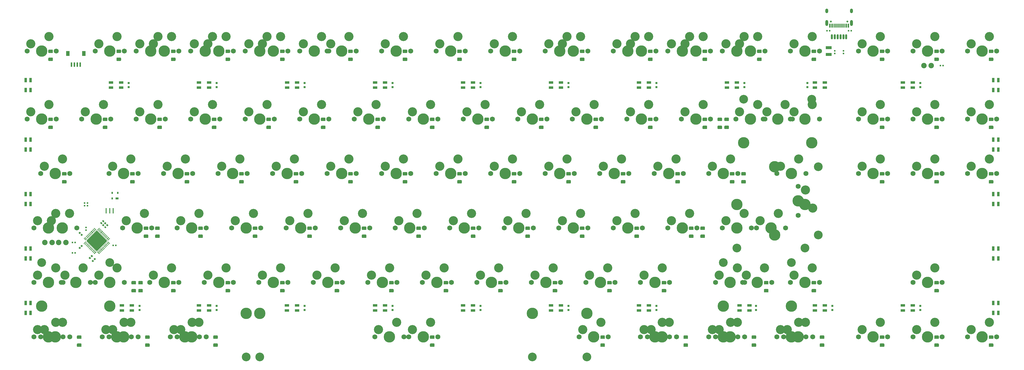
<source format=gbr>
%TF.GenerationSoftware,KiCad,Pcbnew,(5.1.12)-1*%
%TF.CreationDate,2022-11-23T00:37:26+07:00*%
%TF.ProjectId,Solder - Copy,536f6c64-6572-4202-9d20-436f70792e6b,rev?*%
%TF.SameCoordinates,Original*%
%TF.FileFunction,Soldermask,Bot*%
%TF.FilePolarity,Negative*%
%FSLAX46Y46*%
G04 Gerber Fmt 4.6, Leading zero omitted, Abs format (unit mm)*
G04 Created by KiCad (PCBNEW (5.1.12)-1) date 2022-11-23 00:37:26*
%MOMM*%
%LPD*%
G01*
G04 APERTURE LIST*
%ADD10R,0.750000X0.800000*%
%ADD11R,1.600000X0.850000*%
%ADD12C,0.400000*%
%ADD13C,3.200000*%
%ADD14C,1.750000*%
%ADD15C,3.987800*%
%ADD16R,0.850000X1.600000*%
%ADD17R,0.560000X0.620000*%
%ADD18R,1.200000X1.800000*%
%ADD19R,0.600000X1.550000*%
%ADD20C,3.048000*%
%ADD21R,0.620000X0.560000*%
%ADD22R,2.030000X1.140000*%
%ADD23C,0.650000*%
%ADD24O,1.000000X2.100000*%
%ADD25O,1.000000X1.600000*%
%ADD26O,0.700000X1.800000*%
%ADD27C,0.500000*%
%ADD28C,1.905000*%
%ADD29R,0.600000X1.450000*%
%ADD30R,0.300000X1.450000*%
%ADD31R,1.000000X0.700000*%
%ADD32R,0.600000X0.700000*%
%ADD33C,0.100000*%
%ADD34R,0.400000X1.900000*%
G04 APERTURE END LIST*
D10*
%TO.C,C9*%
X66329550Y-44393352D03*
X66329550Y-45893352D03*
%TD*%
%TO.C,C28*%
X97069550Y-123879355D03*
X97069550Y-122379355D03*
%TD*%
%TO.C,C27*%
X127809550Y-123879355D03*
X127809550Y-122379355D03*
%TD*%
%TO.C,C26*%
X189289550Y-123879355D03*
X189289550Y-122379355D03*
%TD*%
%TO.C,C25*%
X342989550Y-123879355D03*
X342989550Y-122379355D03*
%TD*%
%TO.C,C24*%
X70119550Y-123879355D03*
X70119550Y-122379355D03*
%TD*%
%TO.C,C23*%
X220029550Y-123879355D03*
X220029550Y-122379355D03*
%TD*%
%TO.C,C22*%
X312253867Y-122379355D03*
X312253867Y-123879355D03*
%TD*%
%TO.C,C21*%
X158549550Y-123879355D03*
X158549550Y-122379355D03*
%TD*%
%TO.C,C20*%
X285540212Y-123879355D03*
X285540212Y-122379355D03*
%TD*%
%TO.C,C19*%
X250769550Y-123879355D03*
X250769550Y-122379355D03*
%TD*%
%TO.C,C18*%
X342989550Y-45893352D03*
X342989550Y-44393352D03*
%TD*%
%TO.C,C17*%
X303479344Y-44393352D03*
X303479344Y-45893352D03*
%TD*%
%TO.C,C16*%
X189289550Y-44393352D03*
X189289550Y-45893352D03*
%TD*%
%TO.C,C15*%
X281509550Y-44393352D03*
X281509550Y-45893352D03*
%TD*%
%TO.C,C14*%
X220029550Y-44393352D03*
X220029550Y-45893352D03*
%TD*%
%TO.C,C13*%
X158549550Y-44393352D03*
X158549550Y-45893352D03*
%TD*%
%TO.C,C12*%
X250769550Y-44393352D03*
X250769550Y-45893352D03*
%TD*%
%TO.C,C11*%
X127809550Y-44393352D03*
X127809550Y-45893352D03*
%TD*%
%TO.C,C10*%
X97069550Y-44393352D03*
X97069550Y-45893352D03*
%TD*%
D11*
%TO.C,RGB5*%
X90935719Y-46018352D03*
X94435719Y-44268352D03*
X90935719Y-44268352D03*
X94435719Y-46018352D03*
%TD*%
%TO.C,RGB30*%
X67484237Y-122254355D03*
X63984237Y-124004355D03*
X67484237Y-124004355D03*
X63984237Y-122254355D03*
%TD*%
%TO.C,RGB29*%
X94433867Y-122254355D03*
X90933867Y-124004355D03*
X94433867Y-124004355D03*
X90933867Y-122254355D03*
%TD*%
%TO.C,RGB28*%
X125173867Y-122254355D03*
X121673867Y-124004355D03*
X125173867Y-124004355D03*
X121673867Y-122254355D03*
%TD*%
%TO.C,RGB27*%
X155913867Y-122254355D03*
X152413867Y-124004355D03*
X155913867Y-124004355D03*
X152413867Y-122254355D03*
%TD*%
%TO.C,RGB26*%
X186653867Y-122254355D03*
X183153867Y-124004355D03*
X186653867Y-124004355D03*
X183153867Y-122254355D03*
%TD*%
%TO.C,RGB25*%
X217393867Y-122254355D03*
X213893867Y-124004355D03*
X217393867Y-124004355D03*
X213893867Y-122254355D03*
%TD*%
%TO.C,RGB24*%
X248133867Y-122254355D03*
X244633867Y-124004355D03*
X248133867Y-124004355D03*
X244633867Y-122254355D03*
%TD*%
%TO.C,RGB23*%
X283285202Y-122254355D03*
X279785202Y-124004355D03*
X283285202Y-124004355D03*
X279785202Y-122254355D03*
%TD*%
%TO.C,RGB22*%
X306113867Y-122254355D03*
X309613867Y-124004355D03*
X306113867Y-124004355D03*
X309613867Y-122254355D03*
%TD*%
%TO.C,RGB21*%
X340353867Y-122254355D03*
X336853867Y-124004355D03*
X340353867Y-124004355D03*
X336853867Y-122254355D03*
%TD*%
D12*
%TO.C,MX91*%
X300446087Y-127119612D03*
X294096087Y-131759612D03*
X301496087Y-128169612D03*
X294096087Y-129659612D03*
X293046087Y-130709612D03*
X299396087Y-128169612D03*
X295146087Y-130709612D03*
X300446087Y-129219612D03*
D13*
X300446087Y-128169612D03*
X294096087Y-130709612D03*
D14*
X302986087Y-133249612D03*
X292826087Y-133249612D03*
D15*
X297906087Y-133249612D03*
%TD*%
D12*
%TO.C,MX14*%
X65496087Y-93659612D03*
X71846087Y-89019612D03*
D13*
X65496087Y-92609612D03*
D14*
X64226087Y-95149612D03*
D13*
X71846087Y-90069612D03*
D12*
X70796087Y-90069612D03*
X71846087Y-91119612D03*
X64446087Y-92609612D03*
D14*
X74386087Y-95149612D03*
D12*
X66546087Y-92609612D03*
X65496087Y-91559612D03*
D15*
X69306087Y-95149612D03*
D12*
X72896087Y-90069612D03*
%TD*%
D16*
%TO.C,RGB12*%
X368468867Y-121379355D03*
X370218867Y-124879355D03*
X370218867Y-121379355D03*
X368468867Y-124879355D03*
%TD*%
%TO.C,RGB9*%
X368468867Y-102329339D03*
X370218867Y-105829339D03*
X370218867Y-102329339D03*
X368468867Y-105829339D03*
%TD*%
%TO.C,RGB6*%
X368468867Y-83279323D03*
X370218867Y-86779323D03*
X370218867Y-83279323D03*
X368468867Y-86779323D03*
%TD*%
%TO.C,RGB3*%
X368468867Y-64229307D03*
X370218867Y-67729307D03*
X370218867Y-64229307D03*
X368468867Y-67729307D03*
%TD*%
%TO.C,RGB20*%
X368469083Y-43393352D03*
X370219083Y-46893352D03*
X370219083Y-43393352D03*
X368469083Y-46893352D03*
%TD*%
D11*
%TO.C,RGB19*%
X336854265Y-46018352D03*
X340354265Y-44268352D03*
X336854265Y-44268352D03*
X340354265Y-46018352D03*
%TD*%
%TO.C,RGB18*%
X306114447Y-46018352D03*
X309614447Y-44268352D03*
X306114447Y-44268352D03*
X309614447Y-46018352D03*
%TD*%
%TO.C,RGB17*%
X275374629Y-46018352D03*
X278874629Y-44268352D03*
X275374629Y-44268352D03*
X278874629Y-46018352D03*
%TD*%
%TO.C,RGB16*%
X244634810Y-46018352D03*
X248134810Y-44268352D03*
X244634810Y-44268352D03*
X248134810Y-46018352D03*
%TD*%
%TO.C,RGB15*%
X213894992Y-46018352D03*
X217394992Y-44268352D03*
X213894992Y-44268352D03*
X217394992Y-46018352D03*
%TD*%
%TO.C,RGB14*%
X183155174Y-46018352D03*
X186655174Y-44268352D03*
X183155174Y-44268352D03*
X186655174Y-46018352D03*
%TD*%
%TO.C,RGB11*%
X152415356Y-46018352D03*
X155915356Y-44268352D03*
X152415356Y-44268352D03*
X155915356Y-46018352D03*
%TD*%
%TO.C,RGB8*%
X121675538Y-46018352D03*
X125175538Y-44268352D03*
X121675538Y-44268352D03*
X125175538Y-46018352D03*
%TD*%
%TO.C,RGB2*%
X60195901Y-46018352D03*
X63695901Y-44268352D03*
X60195901Y-44268352D03*
X63695901Y-46018352D03*
%TD*%
D16*
%TO.C,RGB1*%
X32081083Y-121379355D03*
X30331083Y-124879355D03*
X30331083Y-121379355D03*
X32081083Y-124879355D03*
%TD*%
D17*
%TO.C,R5*%
X46664587Y-103829612D03*
X47624587Y-103829612D03*
%TD*%
D16*
%TO.C,RGB13*%
X32081083Y-46893352D03*
X30331083Y-43393352D03*
X30331083Y-46893352D03*
X32081083Y-43393352D03*
%TD*%
%TO.C,RGB10*%
X32081083Y-67729307D03*
X30331083Y-64229307D03*
X30331083Y-67729307D03*
X32081083Y-64229307D03*
%TD*%
%TO.C,RGB7*%
X32081083Y-86779323D03*
X30331083Y-83279323D03*
X30331083Y-86779323D03*
X32081083Y-83279323D03*
%TD*%
%TO.C,RGB4*%
X32081067Y-105829339D03*
X30331067Y-102329339D03*
X30331067Y-105829339D03*
X32081067Y-102329339D03*
%TD*%
D12*
%TO.C,MX109*%
X360771087Y-31747112D03*
X367121087Y-27107112D03*
D13*
X360771087Y-30697112D03*
D14*
X359501087Y-33237112D03*
D13*
X367121087Y-28157112D03*
D12*
X366071087Y-28157112D03*
X367121087Y-29207112D03*
X359721087Y-30697112D03*
D14*
X369661087Y-33237112D03*
D12*
X361821087Y-30697112D03*
X360771087Y-29647112D03*
D15*
X364581087Y-33237112D03*
D12*
X368171087Y-28157112D03*
%TD*%
%TO.C,MX2*%
X32158587Y-31747112D03*
X38508587Y-27107112D03*
D13*
X32158587Y-30697112D03*
D14*
X30888587Y-33237112D03*
D13*
X38508587Y-28157112D03*
D12*
X37458587Y-28157112D03*
X38508587Y-29207112D03*
X31108587Y-30697112D03*
D14*
X41048587Y-33237112D03*
D12*
X33208587Y-30697112D03*
X32158587Y-29647112D03*
D15*
X35968587Y-33237112D03*
D12*
X39558587Y-28157112D03*
%TD*%
%TO.C,MX11*%
X55971087Y-31747112D03*
X62321087Y-27107112D03*
D13*
X55971087Y-30697112D03*
D14*
X54701087Y-33237112D03*
D13*
X62321087Y-28157112D03*
D12*
X61271087Y-28157112D03*
X62321087Y-29207112D03*
X54921087Y-30697112D03*
D14*
X64861087Y-33237112D03*
D12*
X57021087Y-30697112D03*
X55971087Y-29647112D03*
D15*
X59781087Y-33237112D03*
D12*
X63371087Y-28157112D03*
%TD*%
D18*
%TO.C,J2*%
X50674837Y-34137112D03*
X45074837Y-34137112D03*
D19*
X46374837Y-38012112D03*
X47374837Y-38012112D03*
X49374837Y-38012112D03*
X48374837Y-38012112D03*
%TD*%
D12*
%TO.C,MX7*%
X44064837Y-112709612D03*
X50414837Y-108069612D03*
D13*
X44064837Y-111659612D03*
D14*
X42794837Y-114199612D03*
D13*
X50414837Y-109119612D03*
D12*
X49364837Y-109119612D03*
X50414837Y-110169612D03*
X43014837Y-111659612D03*
D14*
X52954837Y-114199612D03*
D12*
X45114837Y-111659612D03*
X44064837Y-110609612D03*
D15*
X47874837Y-114199612D03*
D12*
X51464837Y-109119612D03*
D20*
X35968587Y-107214612D03*
X59781087Y-107214612D03*
D15*
X35968587Y-122454612D03*
X59781087Y-122454612D03*
%TD*%
D12*
%TO.C,MX13*%
X60733587Y-74609612D03*
X67083587Y-69969612D03*
D13*
X60733587Y-73559612D03*
D14*
X59463587Y-76099612D03*
D13*
X67083587Y-71019612D03*
D12*
X66033587Y-71019612D03*
X67083587Y-72069612D03*
X59683587Y-73559612D03*
D14*
X69623587Y-76099612D03*
D12*
X61783587Y-73559612D03*
X60733587Y-72509612D03*
D15*
X64543587Y-76099612D03*
D12*
X68133587Y-71019612D03*
%TD*%
%TO.C,D86*%
G36*
G01*
X349190087Y-33937112D02*
X348070087Y-33937112D01*
G75*
G02*
X347830087Y-33697112I0J240000D01*
G01*
X347830087Y-32977112D01*
G75*
G02*
X348070087Y-32737112I240000J0D01*
G01*
X349190087Y-32737112D01*
G75*
G02*
X349430087Y-32977112I0J-240000D01*
G01*
X349430087Y-33697112D01*
G75*
G02*
X349190087Y-33937112I-240000J0D01*
G01*
G37*
G36*
G01*
X349190087Y-36737112D02*
X348070087Y-36737112D01*
G75*
G02*
X347830087Y-36497112I0J240000D01*
G01*
X347830087Y-35777112D01*
G75*
G02*
X348070087Y-35537112I240000J0D01*
G01*
X349190087Y-35537112D01*
G75*
G02*
X349430087Y-35777112I0J-240000D01*
G01*
X349430087Y-36497112D01*
G75*
G02*
X349190087Y-36737112I-240000J0D01*
G01*
G37*
%TD*%
%TO.C,D82*%
G36*
G01*
X330140087Y-33937112D02*
X329020087Y-33937112D01*
G75*
G02*
X328780087Y-33697112I0J240000D01*
G01*
X328780087Y-32977112D01*
G75*
G02*
X329020087Y-32737112I240000J0D01*
G01*
X330140087Y-32737112D01*
G75*
G02*
X330380087Y-32977112I0J-240000D01*
G01*
X330380087Y-33697112D01*
G75*
G02*
X330140087Y-33937112I-240000J0D01*
G01*
G37*
G36*
G01*
X330140087Y-36737112D02*
X329020087Y-36737112D01*
G75*
G02*
X328780087Y-36497112I0J240000D01*
G01*
X328780087Y-35777112D01*
G75*
G02*
X329020087Y-35537112I240000J0D01*
G01*
X330140087Y-35537112D01*
G75*
G02*
X330380087Y-35777112I0J-240000D01*
G01*
X330380087Y-36497112D01*
G75*
G02*
X330140087Y-36737112I-240000J0D01*
G01*
G37*
%TD*%
%TO.C,MX24*%
X75021087Y-31747112D03*
X81371087Y-27107112D03*
D13*
X75021087Y-30697112D03*
D14*
X73751087Y-33237112D03*
D13*
X81371087Y-28157112D03*
D12*
X80321087Y-28157112D03*
X81371087Y-29207112D03*
X73971087Y-30697112D03*
D14*
X83911087Y-33237112D03*
D12*
X76071087Y-30697112D03*
X75021087Y-29647112D03*
D15*
X78831087Y-33237112D03*
D12*
X82421087Y-28157112D03*
%TD*%
%TO.C,D91*%
G36*
G01*
X368240087Y-33937112D02*
X367120087Y-33937112D01*
G75*
G02*
X366880087Y-33697112I0J240000D01*
G01*
X366880087Y-32977112D01*
G75*
G02*
X367120087Y-32737112I240000J0D01*
G01*
X368240087Y-32737112D01*
G75*
G02*
X368480087Y-32977112I0J-240000D01*
G01*
X368480087Y-33697112D01*
G75*
G02*
X368240087Y-33937112I-240000J0D01*
G01*
G37*
G36*
G01*
X368240087Y-36737112D02*
X367120087Y-36737112D01*
G75*
G02*
X366880087Y-36497112I0J240000D01*
G01*
X366880087Y-35777112D01*
G75*
G02*
X367120087Y-35537112I240000J0D01*
G01*
X368240087Y-35537112D01*
G75*
G02*
X368480087Y-35777112I0J-240000D01*
G01*
X368480087Y-36497112D01*
G75*
G02*
X368240087Y-36737112I-240000J0D01*
G01*
G37*
%TD*%
%TO.C,MX92*%
X298858587Y-31747112D03*
X305208587Y-27107112D03*
D13*
X298858587Y-30697112D03*
D14*
X297588587Y-33237112D03*
D13*
X305208587Y-28157112D03*
D12*
X304158587Y-28157112D03*
X305208587Y-29207112D03*
X297808587Y-30697112D03*
D14*
X307748587Y-33237112D03*
D12*
X299908587Y-30697112D03*
X298858587Y-29647112D03*
D15*
X302668587Y-33237112D03*
D12*
X306258587Y-28157112D03*
%TD*%
D21*
%TO.C,R10*%
X316074837Y-33157112D03*
X316074837Y-34117112D03*
%TD*%
D12*
%TO.C,MX100*%
X322671087Y-31747112D03*
X329021087Y-27107112D03*
D13*
X322671087Y-30697112D03*
D14*
X321401087Y-33237112D03*
D13*
X329021087Y-28157112D03*
D12*
X327971087Y-28157112D03*
X329021087Y-29207112D03*
X321621087Y-30697112D03*
D14*
X331561087Y-33237112D03*
D12*
X323721087Y-30697112D03*
X322671087Y-29647112D03*
D15*
X326481087Y-33237112D03*
D12*
X330071087Y-28157112D03*
%TD*%
D22*
%TO.C,F1*%
X310949837Y-34449612D03*
X310949837Y-32049612D03*
%TD*%
%TO.C,D64*%
G36*
G01*
X268227587Y-33937112D02*
X267107587Y-33937112D01*
G75*
G02*
X266867587Y-33697112I0J240000D01*
G01*
X266867587Y-32977112D01*
G75*
G02*
X267107587Y-32737112I240000J0D01*
G01*
X268227587Y-32737112D01*
G75*
G02*
X268467587Y-32977112I0J-240000D01*
G01*
X268467587Y-33697112D01*
G75*
G02*
X268227587Y-33937112I-240000J0D01*
G01*
G37*
G36*
G01*
X268227587Y-36737112D02*
X267107587Y-36737112D01*
G75*
G02*
X266867587Y-36497112I0J240000D01*
G01*
X266867587Y-35777112D01*
G75*
G02*
X267107587Y-35537112I240000J0D01*
G01*
X268227587Y-35537112D01*
G75*
G02*
X268467587Y-35777112I0J-240000D01*
G01*
X268467587Y-36497112D01*
G75*
G02*
X268227587Y-36737112I-240000J0D01*
G01*
G37*
%TD*%
D23*
%TO.C,USB1*%
X311684837Y-22887112D03*
X317464837Y-22887112D03*
D24*
X318894837Y-23417112D03*
X310254837Y-23417112D03*
D25*
X318894837Y-19237112D03*
X310254837Y-19237112D03*
%TD*%
D26*
%TO.C,J1*%
X315074837Y-28237112D03*
D27*
X315074837Y-27637112D03*
X315074837Y-28837112D03*
D26*
X317074837Y-28237112D03*
D27*
X317074837Y-27637112D03*
X317074837Y-28837112D03*
X316074837Y-28837112D03*
D26*
X316074837Y-28237112D03*
D27*
X316074837Y-27637112D03*
D26*
X314074837Y-28237112D03*
D27*
X314074837Y-28837112D03*
X314074837Y-27637112D03*
D26*
X313074837Y-28237112D03*
D27*
X313074837Y-27637112D03*
X313074837Y-28837112D03*
X312074837Y-27637112D03*
X312074837Y-28837112D03*
D26*
X312074837Y-28237112D03*
%TD*%
D21*
%TO.C,R9*%
X313074837Y-34117112D03*
X313074837Y-33157112D03*
%TD*%
D17*
%TO.C,R6*%
X311284837Y-26137112D03*
X310324837Y-26137112D03*
%TD*%
%TO.C,C8*%
X317864837Y-26137112D03*
X318824837Y-26137112D03*
%TD*%
D28*
%TO.C,D3*%
X344261087Y-38317112D03*
X346801087Y-38317112D03*
%TD*%
D17*
%TO.C,R3*%
X350900587Y-38317112D03*
X349940587Y-38317112D03*
%TD*%
D12*
%TO.C,MX31*%
X108358587Y-31747112D03*
X114708587Y-27107112D03*
D13*
X108358587Y-30697112D03*
D14*
X107088587Y-33237112D03*
D13*
X114708587Y-28157112D03*
D12*
X113658587Y-28157112D03*
X114708587Y-29207112D03*
X107308587Y-30697112D03*
D14*
X117248587Y-33237112D03*
D12*
X109408587Y-30697112D03*
X108358587Y-29647112D03*
D15*
X112168587Y-33237112D03*
D12*
X115758587Y-28157112D03*
%TD*%
%TO.C,D22*%
G36*
G01*
X101540087Y-33937112D02*
X100420087Y-33937112D01*
G75*
G02*
X100180087Y-33697112I0J240000D01*
G01*
X100180087Y-32977112D01*
G75*
G02*
X100420087Y-32737112I240000J0D01*
G01*
X101540087Y-32737112D01*
G75*
G02*
X101780087Y-32977112I0J-240000D01*
G01*
X101780087Y-33697112D01*
G75*
G02*
X101540087Y-33937112I-240000J0D01*
G01*
G37*
G36*
G01*
X101540087Y-36737112D02*
X100420087Y-36737112D01*
G75*
G02*
X100180087Y-36497112I0J240000D01*
G01*
X100180087Y-35777112D01*
G75*
G02*
X100420087Y-35537112I240000J0D01*
G01*
X101540087Y-35537112D01*
G75*
G02*
X101780087Y-35777112I0J-240000D01*
G01*
X101780087Y-36497112D01*
G75*
G02*
X101540087Y-36737112I-240000J0D01*
G01*
G37*
%TD*%
%TO.C,MX18*%
X70258587Y-31747112D03*
X76608587Y-27107112D03*
D13*
X70258587Y-30697112D03*
D14*
X68988587Y-33237112D03*
D13*
X76608587Y-28157112D03*
D12*
X75558587Y-28157112D03*
X76608587Y-29207112D03*
X69208587Y-30697112D03*
D14*
X79148587Y-33237112D03*
D12*
X71308587Y-30697112D03*
X70258587Y-29647112D03*
D15*
X74068587Y-33237112D03*
D12*
X77658587Y-28157112D03*
%TD*%
%TO.C,MX36*%
X113121087Y-31747112D03*
X119471087Y-27107112D03*
D13*
X113121087Y-30697112D03*
D14*
X111851087Y-33237112D03*
D13*
X119471087Y-28157112D03*
D12*
X118421087Y-28157112D03*
X119471087Y-29207112D03*
X112071087Y-30697112D03*
D14*
X122011087Y-33237112D03*
D12*
X114171087Y-30697112D03*
X113121087Y-29647112D03*
D15*
X116931087Y-33237112D03*
D12*
X120521087Y-28157112D03*
%TD*%
%TO.C,MX72*%
X241708587Y-31747112D03*
X248058587Y-27107112D03*
D13*
X241708587Y-30697112D03*
D14*
X240438587Y-33237112D03*
D13*
X248058587Y-28157112D03*
D12*
X247008587Y-28157112D03*
X248058587Y-29207112D03*
X240658587Y-30697112D03*
D14*
X250598587Y-33237112D03*
D12*
X242758587Y-30697112D03*
X241708587Y-29647112D03*
D15*
X245518587Y-33237112D03*
D12*
X249108587Y-28157112D03*
%TD*%
%TO.C,MX37*%
X127408587Y-31747112D03*
X133758587Y-27107112D03*
D13*
X127408587Y-30697112D03*
D14*
X126138587Y-33237112D03*
D13*
X133758587Y-28157112D03*
D12*
X132708587Y-28157112D03*
X133758587Y-29207112D03*
X126358587Y-30697112D03*
D14*
X136298587Y-33237112D03*
D12*
X128458587Y-30697112D03*
X127408587Y-29647112D03*
D15*
X131218587Y-33237112D03*
D12*
X134808587Y-28157112D03*
%TD*%
%TO.C,MX89*%
X279808587Y-31747112D03*
X286158587Y-27107112D03*
D13*
X279808587Y-30697112D03*
D14*
X278538587Y-33237112D03*
D13*
X286158587Y-28157112D03*
D12*
X285108587Y-28157112D03*
X286158587Y-29207112D03*
X278758587Y-30697112D03*
D14*
X288698587Y-33237112D03*
D12*
X280858587Y-30697112D03*
X279808587Y-29647112D03*
D15*
X283618587Y-33237112D03*
D12*
X287208587Y-28157112D03*
%TD*%
%TO.C,D32*%
G36*
G01*
X144402587Y-33937112D02*
X143282587Y-33937112D01*
G75*
G02*
X143042587Y-33697112I0J240000D01*
G01*
X143042587Y-32977112D01*
G75*
G02*
X143282587Y-32737112I240000J0D01*
G01*
X144402587Y-32737112D01*
G75*
G02*
X144642587Y-32977112I0J-240000D01*
G01*
X144642587Y-33697112D01*
G75*
G02*
X144402587Y-33937112I-240000J0D01*
G01*
G37*
G36*
G01*
X144402587Y-36737112D02*
X143282587Y-36737112D01*
G75*
G02*
X143042587Y-36497112I0J240000D01*
G01*
X143042587Y-35777112D01*
G75*
G02*
X143282587Y-35537112I240000J0D01*
G01*
X144402587Y-35537112D01*
G75*
G02*
X144642587Y-35777112I0J-240000D01*
G01*
X144642587Y-36497112D01*
G75*
G02*
X144402587Y-36737112I-240000J0D01*
G01*
G37*
%TD*%
%TO.C,MX25*%
X89308587Y-31747112D03*
X95658587Y-27107112D03*
D13*
X89308587Y-30697112D03*
D14*
X88038587Y-33237112D03*
D13*
X95658587Y-28157112D03*
D12*
X94608587Y-28157112D03*
X95658587Y-29207112D03*
X88258587Y-30697112D03*
D14*
X98198587Y-33237112D03*
D12*
X90358587Y-30697112D03*
X89308587Y-29647112D03*
D15*
X93118587Y-33237112D03*
D12*
X96708587Y-28157112D03*
%TD*%
%TO.C,D76*%
G36*
G01*
X306327587Y-33937112D02*
X305207587Y-33937112D01*
G75*
G02*
X304967587Y-33697112I0J240000D01*
G01*
X304967587Y-32977112D01*
G75*
G02*
X305207587Y-32737112I240000J0D01*
G01*
X306327587Y-32737112D01*
G75*
G02*
X306567587Y-32977112I0J-240000D01*
G01*
X306567587Y-33697112D01*
G75*
G02*
X306327587Y-33937112I-240000J0D01*
G01*
G37*
G36*
G01*
X306327587Y-36737112D02*
X305207587Y-36737112D01*
G75*
G02*
X304967587Y-36497112I0J240000D01*
G01*
X304967587Y-35777112D01*
G75*
G02*
X305207587Y-35537112I240000J0D01*
G01*
X306327587Y-35537112D01*
G75*
G02*
X306567587Y-35777112I0J-240000D01*
G01*
X306567587Y-36497112D01*
G75*
G02*
X306327587Y-36737112I-240000J0D01*
G01*
G37*
%TD*%
%TO.C,MX80*%
X260758587Y-31747112D03*
X267108587Y-27107112D03*
D13*
X260758587Y-30697112D03*
D14*
X259488587Y-33237112D03*
D13*
X267108587Y-28157112D03*
D12*
X266058587Y-28157112D03*
X267108587Y-29207112D03*
X259708587Y-30697112D03*
D14*
X269648587Y-33237112D03*
D12*
X261808587Y-30697112D03*
X260758587Y-29647112D03*
D15*
X264568587Y-33237112D03*
D12*
X268158587Y-28157112D03*
%TD*%
%TO.C,MX60*%
X213133587Y-31747112D03*
X219483587Y-27107112D03*
D13*
X213133587Y-30697112D03*
D14*
X211863587Y-33237112D03*
D13*
X219483587Y-28157112D03*
D12*
X218433587Y-28157112D03*
X219483587Y-29207112D03*
X212083587Y-30697112D03*
D14*
X222023587Y-33237112D03*
D12*
X214183587Y-30697112D03*
X213133587Y-29647112D03*
D15*
X216943587Y-33237112D03*
D12*
X220533587Y-28157112D03*
%TD*%
%TO.C,D37*%
G36*
G01*
X163452587Y-33937112D02*
X162332587Y-33937112D01*
G75*
G02*
X162092587Y-33697112I0J240000D01*
G01*
X162092587Y-32977112D01*
G75*
G02*
X162332587Y-32737112I240000J0D01*
G01*
X163452587Y-32737112D01*
G75*
G02*
X163692587Y-32977112I0J-240000D01*
G01*
X163692587Y-33697112D01*
G75*
G02*
X163452587Y-33937112I-240000J0D01*
G01*
G37*
G36*
G01*
X163452587Y-36737112D02*
X162332587Y-36737112D01*
G75*
G02*
X162092587Y-36497112I0J240000D01*
G01*
X162092587Y-35777112D01*
G75*
G02*
X162332587Y-35537112I240000J0D01*
G01*
X163452587Y-35537112D01*
G75*
G02*
X163692587Y-35777112I0J-240000D01*
G01*
X163692587Y-36497112D01*
G75*
G02*
X163452587Y-36737112I-240000J0D01*
G01*
G37*
%TD*%
%TO.C,D70*%
G36*
G01*
X287277587Y-33937112D02*
X286157587Y-33937112D01*
G75*
G02*
X285917587Y-33697112I0J240000D01*
G01*
X285917587Y-32977112D01*
G75*
G02*
X286157587Y-32737112I240000J0D01*
G01*
X287277587Y-32737112D01*
G75*
G02*
X287517587Y-32977112I0J-240000D01*
G01*
X287517587Y-33697112D01*
G75*
G02*
X287277587Y-33937112I-240000J0D01*
G01*
G37*
G36*
G01*
X287277587Y-36737112D02*
X286157587Y-36737112D01*
G75*
G02*
X285917587Y-36497112I0J240000D01*
G01*
X285917587Y-35777112D01*
G75*
G02*
X286157587Y-35537112I240000J0D01*
G01*
X287277587Y-35537112D01*
G75*
G02*
X287517587Y-35777112I0J-240000D01*
G01*
X287517587Y-36497112D01*
G75*
G02*
X287277587Y-36737112I-240000J0D01*
G01*
G37*
%TD*%
%TO.C,D27*%
G36*
G01*
X120590087Y-33937112D02*
X119470087Y-33937112D01*
G75*
G02*
X119230087Y-33697112I0J240000D01*
G01*
X119230087Y-32977112D01*
G75*
G02*
X119470087Y-32737112I240000J0D01*
G01*
X120590087Y-32737112D01*
G75*
G02*
X120830087Y-32977112I0J-240000D01*
G01*
X120830087Y-33697112D01*
G75*
G02*
X120590087Y-33937112I-240000J0D01*
G01*
G37*
G36*
G01*
X120590087Y-36737112D02*
X119470087Y-36737112D01*
G75*
G02*
X119230087Y-36497112I0J240000D01*
G01*
X119230087Y-35777112D01*
G75*
G02*
X119470087Y-35537112I240000J0D01*
G01*
X120590087Y-35537112D01*
G75*
G02*
X120830087Y-35777112I0J-240000D01*
G01*
X120830087Y-36497112D01*
G75*
G02*
X120590087Y-36737112I-240000J0D01*
G01*
G37*
%TD*%
%TO.C,D53*%
G36*
G01*
X225365087Y-33937112D02*
X224245087Y-33937112D01*
G75*
G02*
X224005087Y-33697112I0J240000D01*
G01*
X224005087Y-32977112D01*
G75*
G02*
X224245087Y-32737112I240000J0D01*
G01*
X225365087Y-32737112D01*
G75*
G02*
X225605087Y-32977112I0J-240000D01*
G01*
X225605087Y-33697112D01*
G75*
G02*
X225365087Y-33937112I-240000J0D01*
G01*
G37*
G36*
G01*
X225365087Y-36737112D02*
X224245087Y-36737112D01*
G75*
G02*
X224005087Y-36497112I0J240000D01*
G01*
X224005087Y-35777112D01*
G75*
G02*
X224245087Y-35537112I240000J0D01*
G01*
X225365087Y-35537112D01*
G75*
G02*
X225605087Y-35777112I0J-240000D01*
G01*
X225605087Y-36497112D01*
G75*
G02*
X225365087Y-36737112I-240000J0D01*
G01*
G37*
%TD*%
%TO.C,D58*%
G36*
G01*
X249177587Y-33937112D02*
X248057587Y-33937112D01*
G75*
G02*
X247817587Y-33697112I0J240000D01*
G01*
X247817587Y-32977112D01*
G75*
G02*
X248057587Y-32737112I240000J0D01*
G01*
X249177587Y-32737112D01*
G75*
G02*
X249417587Y-32977112I0J-240000D01*
G01*
X249417587Y-33697112D01*
G75*
G02*
X249177587Y-33937112I-240000J0D01*
G01*
G37*
G36*
G01*
X249177587Y-36737112D02*
X248057587Y-36737112D01*
G75*
G02*
X247817587Y-36497112I0J240000D01*
G01*
X247817587Y-35777112D01*
G75*
G02*
X248057587Y-35537112I240000J0D01*
G01*
X249177587Y-35537112D01*
G75*
G02*
X249417587Y-35777112I0J-240000D01*
G01*
X249417587Y-36497112D01*
G75*
G02*
X249177587Y-36737112I-240000J0D01*
G01*
G37*
%TD*%
%TO.C,D43*%
G36*
G01*
X182502587Y-33937112D02*
X181382587Y-33937112D01*
G75*
G02*
X181142587Y-33697112I0J240000D01*
G01*
X181142587Y-32977112D01*
G75*
G02*
X181382587Y-32737112I240000J0D01*
G01*
X182502587Y-32737112D01*
G75*
G02*
X182742587Y-32977112I0J-240000D01*
G01*
X182742587Y-33697112D01*
G75*
G02*
X182502587Y-33937112I-240000J0D01*
G01*
G37*
G36*
G01*
X182502587Y-36737112D02*
X181382587Y-36737112D01*
G75*
G02*
X181142587Y-36497112I0J240000D01*
G01*
X181142587Y-35777112D01*
G75*
G02*
X181382587Y-35537112I240000J0D01*
G01*
X182502587Y-35537112D01*
G75*
G02*
X182742587Y-35777112I0J-240000D01*
G01*
X182742587Y-36497112D01*
G75*
G02*
X182502587Y-36737112I-240000J0D01*
G01*
G37*
%TD*%
%TO.C,D16*%
G36*
G01*
X82490087Y-33937112D02*
X81370087Y-33937112D01*
G75*
G02*
X81130087Y-33697112I0J240000D01*
G01*
X81130087Y-32977112D01*
G75*
G02*
X81370087Y-32737112I240000J0D01*
G01*
X82490087Y-32737112D01*
G75*
G02*
X82730087Y-32977112I0J-240000D01*
G01*
X82730087Y-33697112D01*
G75*
G02*
X82490087Y-33937112I-240000J0D01*
G01*
G37*
G36*
G01*
X82490087Y-36737112D02*
X81370087Y-36737112D01*
G75*
G02*
X81130087Y-36497112I0J240000D01*
G01*
X81130087Y-35777112D01*
G75*
G02*
X81370087Y-35537112I240000J0D01*
G01*
X82490087Y-35537112D01*
G75*
G02*
X82730087Y-35777112I0J-240000D01*
G01*
X82730087Y-36497112D01*
G75*
G02*
X82490087Y-36737112I-240000J0D01*
G01*
G37*
%TD*%
%TO.C,D48*%
G36*
G01*
X201552587Y-33937112D02*
X200432587Y-33937112D01*
G75*
G02*
X200192587Y-33697112I0J240000D01*
G01*
X200192587Y-32977112D01*
G75*
G02*
X200432587Y-32737112I240000J0D01*
G01*
X201552587Y-32737112D01*
G75*
G02*
X201792587Y-32977112I0J-240000D01*
G01*
X201792587Y-33697112D01*
G75*
G02*
X201552587Y-33937112I-240000J0D01*
G01*
G37*
G36*
G01*
X201552587Y-36737112D02*
X200432587Y-36737112D01*
G75*
G02*
X200192587Y-36497112I0J240000D01*
G01*
X200192587Y-35777112D01*
G75*
G02*
X200432587Y-35537112I240000J0D01*
G01*
X201552587Y-35537112D01*
G75*
G02*
X201792587Y-35777112I0J-240000D01*
G01*
X201792587Y-36497112D01*
G75*
G02*
X201552587Y-36737112I-240000J0D01*
G01*
G37*
%TD*%
%TO.C,D4*%
G36*
G01*
X39627587Y-33937112D02*
X38507587Y-33937112D01*
G75*
G02*
X38267587Y-33697112I0J240000D01*
G01*
X38267587Y-32977112D01*
G75*
G02*
X38507587Y-32737112I240000J0D01*
G01*
X39627587Y-32737112D01*
G75*
G02*
X39867587Y-32977112I0J-240000D01*
G01*
X39867587Y-33697112D01*
G75*
G02*
X39627587Y-33937112I-240000J0D01*
G01*
G37*
G36*
G01*
X39627587Y-36737112D02*
X38507587Y-36737112D01*
G75*
G02*
X38267587Y-36497112I0J240000D01*
G01*
X38267587Y-35777112D01*
G75*
G02*
X38507587Y-35537112I240000J0D01*
G01*
X39627587Y-35537112D01*
G75*
G02*
X39867587Y-35777112I0J-240000D01*
G01*
X39867587Y-36497112D01*
G75*
G02*
X39627587Y-36737112I-240000J0D01*
G01*
G37*
%TD*%
%TO.C,MX65*%
X217896087Y-31747112D03*
X224246087Y-27107112D03*
D13*
X217896087Y-30697112D03*
D14*
X216626087Y-33237112D03*
D13*
X224246087Y-28157112D03*
D12*
X223196087Y-28157112D03*
X224246087Y-29207112D03*
X216846087Y-30697112D03*
D14*
X226786087Y-33237112D03*
D12*
X218946087Y-30697112D03*
X217896087Y-29647112D03*
D15*
X221706087Y-33237112D03*
D12*
X225296087Y-28157112D03*
%TD*%
%TO.C,MX55*%
X194083587Y-31747112D03*
X200433587Y-27107112D03*
D13*
X194083587Y-30697112D03*
D14*
X192813587Y-33237112D03*
D13*
X200433587Y-28157112D03*
D12*
X199383587Y-28157112D03*
X200433587Y-29207112D03*
X193033587Y-30697112D03*
D14*
X202973587Y-33237112D03*
D12*
X195133587Y-30697112D03*
X194083587Y-29647112D03*
D15*
X197893587Y-33237112D03*
D12*
X201483587Y-28157112D03*
%TD*%
%TO.C,MX50*%
X175033587Y-31747112D03*
X181383587Y-27107112D03*
D13*
X175033587Y-30697112D03*
D14*
X173763587Y-33237112D03*
D13*
X181383587Y-28157112D03*
D12*
X180333587Y-28157112D03*
X181383587Y-29207112D03*
X173983587Y-30697112D03*
D14*
X183923587Y-33237112D03*
D12*
X176083587Y-30697112D03*
X175033587Y-29647112D03*
D15*
X178843587Y-33237112D03*
D12*
X182433587Y-28157112D03*
%TD*%
%TO.C,MX44*%
X155983587Y-31747112D03*
X162333587Y-27107112D03*
D13*
X155983587Y-30697112D03*
D14*
X154713587Y-33237112D03*
D13*
X162333587Y-28157112D03*
D12*
X161283587Y-28157112D03*
X162333587Y-29207112D03*
X154933587Y-30697112D03*
D14*
X164873587Y-33237112D03*
D12*
X157033587Y-30697112D03*
X155983587Y-29647112D03*
D15*
X159793587Y-33237112D03*
D12*
X163383587Y-28157112D03*
%TD*%
%TO.C,MX74*%
X255996087Y-31747112D03*
X262346087Y-27107112D03*
D13*
X255996087Y-30697112D03*
D14*
X254726087Y-33237112D03*
D13*
X262346087Y-28157112D03*
D12*
X261296087Y-28157112D03*
X262346087Y-29207112D03*
X254946087Y-30697112D03*
D14*
X264886087Y-33237112D03*
D12*
X257046087Y-30697112D03*
X255996087Y-29647112D03*
D15*
X259806087Y-33237112D03*
D12*
X263396087Y-28157112D03*
%TD*%
%TO.C,MX82*%
X275046087Y-31747112D03*
X281396087Y-27107112D03*
D13*
X275046087Y-30697112D03*
D14*
X273776087Y-33237112D03*
D13*
X281396087Y-28157112D03*
D12*
X280346087Y-28157112D03*
X281396087Y-29207112D03*
X273996087Y-30697112D03*
D14*
X283936087Y-33237112D03*
D12*
X276096087Y-30697112D03*
X275046087Y-29647112D03*
D15*
X278856087Y-33237112D03*
D12*
X282446087Y-28157112D03*
%TD*%
%TO.C,MX66*%
X236946087Y-31747112D03*
X243296087Y-27107112D03*
D13*
X236946087Y-30697112D03*
D14*
X235676087Y-33237112D03*
D13*
X243296087Y-28157112D03*
D12*
X242246087Y-28157112D03*
X243296087Y-29207112D03*
X235896087Y-30697112D03*
D14*
X245836087Y-33237112D03*
D12*
X237996087Y-30697112D03*
X236946087Y-29647112D03*
D15*
X240756087Y-33237112D03*
D12*
X244346087Y-28157112D03*
%TD*%
%TO.C,MX38*%
X136933587Y-31747112D03*
X143283587Y-27107112D03*
D13*
X136933587Y-30697112D03*
D14*
X135663587Y-33237112D03*
D13*
X143283587Y-28157112D03*
D12*
X142233587Y-28157112D03*
X143283587Y-29207112D03*
X135883587Y-30697112D03*
D14*
X145823587Y-33237112D03*
D12*
X137983587Y-30697112D03*
X136933587Y-29647112D03*
D15*
X140743587Y-33237112D03*
D12*
X144333587Y-28157112D03*
%TD*%
%TO.C,MX30*%
X94071087Y-31747112D03*
X100421087Y-27107112D03*
D13*
X94071087Y-30697112D03*
D14*
X92801087Y-33237112D03*
D13*
X100421087Y-28157112D03*
D12*
X99371087Y-28157112D03*
X100421087Y-29207112D03*
X93021087Y-30697112D03*
D14*
X102961087Y-33237112D03*
D12*
X95121087Y-30697112D03*
X94071087Y-29647112D03*
D15*
X97881087Y-33237112D03*
D12*
X101471087Y-28157112D03*
%TD*%
%TO.C,MX104*%
X341721087Y-31747112D03*
X348071087Y-27107112D03*
D13*
X341721087Y-30697112D03*
D14*
X340451087Y-33237112D03*
D13*
X348071087Y-28157112D03*
D12*
X347021087Y-28157112D03*
X348071087Y-29207112D03*
X340671087Y-30697112D03*
D14*
X350611087Y-33237112D03*
D12*
X342771087Y-30697112D03*
X341721087Y-29647112D03*
D15*
X345531087Y-33237112D03*
D12*
X349121087Y-28157112D03*
%TD*%
%TO.C,D10*%
G36*
G01*
X63440087Y-33937112D02*
X62320087Y-33937112D01*
G75*
G02*
X62080087Y-33697112I0J240000D01*
G01*
X62080087Y-32977112D01*
G75*
G02*
X62320087Y-32737112I240000J0D01*
G01*
X63440087Y-32737112D01*
G75*
G02*
X63680087Y-32977112I0J-240000D01*
G01*
X63680087Y-33697112D01*
G75*
G02*
X63440087Y-33937112I-240000J0D01*
G01*
G37*
G36*
G01*
X63440087Y-36737112D02*
X62320087Y-36737112D01*
G75*
G02*
X62080087Y-36497112I0J240000D01*
G01*
X62080087Y-35777112D01*
G75*
G02*
X62320087Y-35537112I240000J0D01*
G01*
X63440087Y-35537112D01*
G75*
G02*
X63680087Y-35777112I0J-240000D01*
G01*
X63680087Y-36497112D01*
G75*
G02*
X63440087Y-36737112I-240000J0D01*
G01*
G37*
%TD*%
D29*
%TO.C,USB2*%
X317799837Y-24332112D03*
X311349837Y-24332112D03*
X317024837Y-24332112D03*
X312124837Y-24332112D03*
D30*
X312824837Y-24332112D03*
X316324837Y-24332112D03*
X313324837Y-24332112D03*
X315824837Y-24332112D03*
X313824837Y-24332112D03*
X315324837Y-24332112D03*
X314824837Y-24332112D03*
X314324837Y-24332112D03*
D23*
X317464837Y-22887112D03*
X311684837Y-22887112D03*
D24*
X310254837Y-23417112D03*
X318894837Y-23417112D03*
D25*
X310254837Y-19237112D03*
X318894837Y-19237112D03*
%TD*%
%TO.C,D84*%
G36*
G01*
X330140087Y-76799612D02*
X329020087Y-76799612D01*
G75*
G02*
X328780087Y-76559612I0J240000D01*
G01*
X328780087Y-75839612D01*
G75*
G02*
X329020087Y-75599612I240000J0D01*
G01*
X330140087Y-75599612D01*
G75*
G02*
X330380087Y-75839612I0J-240000D01*
G01*
X330380087Y-76559612D01*
G75*
G02*
X330140087Y-76799612I-240000J0D01*
G01*
G37*
G36*
G01*
X330140087Y-79599612D02*
X329020087Y-79599612D01*
G75*
G02*
X328780087Y-79359612I0J240000D01*
G01*
X328780087Y-78639612D01*
G75*
G02*
X329020087Y-78399612I240000J0D01*
G01*
X330140087Y-78399612D01*
G75*
G02*
X330380087Y-78639612I0J-240000D01*
G01*
X330380087Y-79359612D01*
G75*
G02*
X330140087Y-79599612I-240000J0D01*
G01*
G37*
%TD*%
%TO.C,D93*%
G36*
G01*
X368240087Y-76799612D02*
X367120087Y-76799612D01*
G75*
G02*
X366880087Y-76559612I0J240000D01*
G01*
X366880087Y-75839612D01*
G75*
G02*
X367120087Y-75599612I240000J0D01*
G01*
X368240087Y-75599612D01*
G75*
G02*
X368480087Y-75839612I0J-240000D01*
G01*
X368480087Y-76559612D01*
G75*
G02*
X368240087Y-76799612I-240000J0D01*
G01*
G37*
G36*
G01*
X368240087Y-79599612D02*
X367120087Y-79599612D01*
G75*
G02*
X366880087Y-79359612I0J240000D01*
G01*
X366880087Y-78639612D01*
G75*
G02*
X367120087Y-78399612I240000J0D01*
G01*
X368240087Y-78399612D01*
G75*
G02*
X368480087Y-78639612I0J-240000D01*
G01*
X368480087Y-79359612D01*
G75*
G02*
X368240087Y-79599612I-240000J0D01*
G01*
G37*
%TD*%
%TO.C,D94*%
G36*
G01*
X368240087Y-133949612D02*
X367120087Y-133949612D01*
G75*
G02*
X366880087Y-133709612I0J240000D01*
G01*
X366880087Y-132989612D01*
G75*
G02*
X367120087Y-132749612I240000J0D01*
G01*
X368240087Y-132749612D01*
G75*
G02*
X368480087Y-132989612I0J-240000D01*
G01*
X368480087Y-133709612D01*
G75*
G02*
X368240087Y-133949612I-240000J0D01*
G01*
G37*
G36*
G01*
X368240087Y-136749612D02*
X367120087Y-136749612D01*
G75*
G02*
X366880087Y-136509612I0J240000D01*
G01*
X366880087Y-135789612D01*
G75*
G02*
X367120087Y-135549612I240000J0D01*
G01*
X368240087Y-135549612D01*
G75*
G02*
X368480087Y-135789612I0J-240000D01*
G01*
X368480087Y-136509612D01*
G75*
G02*
X368240087Y-136749612I-240000J0D01*
G01*
G37*
%TD*%
%TO.C,D89*%
G36*
G01*
X349190087Y-114899612D02*
X348070087Y-114899612D01*
G75*
G02*
X347830087Y-114659612I0J240000D01*
G01*
X347830087Y-113939612D01*
G75*
G02*
X348070087Y-113699612I240000J0D01*
G01*
X349190087Y-113699612D01*
G75*
G02*
X349430087Y-113939612I0J-240000D01*
G01*
X349430087Y-114659612D01*
G75*
G02*
X349190087Y-114899612I-240000J0D01*
G01*
G37*
G36*
G01*
X349190087Y-117699612D02*
X348070087Y-117699612D01*
G75*
G02*
X347830087Y-117459612I0J240000D01*
G01*
X347830087Y-116739612D01*
G75*
G02*
X348070087Y-116499612I240000J0D01*
G01*
X349190087Y-116499612D01*
G75*
G02*
X349430087Y-116739612I0J-240000D01*
G01*
X349430087Y-117459612D01*
G75*
G02*
X349190087Y-117699612I-240000J0D01*
G01*
G37*
%TD*%
%TO.C,D88*%
G36*
G01*
X349190087Y-76799612D02*
X348070087Y-76799612D01*
G75*
G02*
X347830087Y-76559612I0J240000D01*
G01*
X347830087Y-75839612D01*
G75*
G02*
X348070087Y-75599612I240000J0D01*
G01*
X349190087Y-75599612D01*
G75*
G02*
X349430087Y-75839612I0J-240000D01*
G01*
X349430087Y-76559612D01*
G75*
G02*
X349190087Y-76799612I-240000J0D01*
G01*
G37*
G36*
G01*
X349190087Y-79599612D02*
X348070087Y-79599612D01*
G75*
G02*
X347830087Y-79359612I0J240000D01*
G01*
X347830087Y-78639612D01*
G75*
G02*
X348070087Y-78399612I240000J0D01*
G01*
X349190087Y-78399612D01*
G75*
G02*
X349430087Y-78639612I0J-240000D01*
G01*
X349430087Y-79359612D01*
G75*
G02*
X349190087Y-79599612I-240000J0D01*
G01*
G37*
%TD*%
%TO.C,D85*%
G36*
G01*
X330140087Y-133949612D02*
X329020087Y-133949612D01*
G75*
G02*
X328780087Y-133709612I0J240000D01*
G01*
X328780087Y-132989612D01*
G75*
G02*
X329020087Y-132749612I240000J0D01*
G01*
X330140087Y-132749612D01*
G75*
G02*
X330380087Y-132989612I0J-240000D01*
G01*
X330380087Y-133709612D01*
G75*
G02*
X330140087Y-133949612I-240000J0D01*
G01*
G37*
G36*
G01*
X330140087Y-136749612D02*
X329020087Y-136749612D01*
G75*
G02*
X328780087Y-136509612I0J240000D01*
G01*
X328780087Y-135789612D01*
G75*
G02*
X329020087Y-135549612I240000J0D01*
G01*
X330140087Y-135549612D01*
G75*
G02*
X330380087Y-135789612I0J-240000D01*
G01*
X330380087Y-136509612D01*
G75*
G02*
X330140087Y-136749612I-240000J0D01*
G01*
G37*
%TD*%
%TO.C,D90*%
G36*
G01*
X349190087Y-133949612D02*
X348070087Y-133949612D01*
G75*
G02*
X347830087Y-133709612I0J240000D01*
G01*
X347830087Y-132989612D01*
G75*
G02*
X348070087Y-132749612I240000J0D01*
G01*
X349190087Y-132749612D01*
G75*
G02*
X349430087Y-132989612I0J-240000D01*
G01*
X349430087Y-133709612D01*
G75*
G02*
X349190087Y-133949612I-240000J0D01*
G01*
G37*
G36*
G01*
X349190087Y-136749612D02*
X348070087Y-136749612D01*
G75*
G02*
X347830087Y-136509612I0J240000D01*
G01*
X347830087Y-135789612D01*
G75*
G02*
X348070087Y-135549612I240000J0D01*
G01*
X349190087Y-135549612D01*
G75*
G02*
X349430087Y-135789612I0J-240000D01*
G01*
X349430087Y-136509612D01*
G75*
G02*
X349190087Y-136749612I-240000J0D01*
G01*
G37*
%TD*%
%TO.C,D92*%
G36*
G01*
X368240087Y-57749612D02*
X367120087Y-57749612D01*
G75*
G02*
X366880087Y-57509612I0J240000D01*
G01*
X366880087Y-56789612D01*
G75*
G02*
X367120087Y-56549612I240000J0D01*
G01*
X368240087Y-56549612D01*
G75*
G02*
X368480087Y-56789612I0J-240000D01*
G01*
X368480087Y-57509612D01*
G75*
G02*
X368240087Y-57749612I-240000J0D01*
G01*
G37*
G36*
G01*
X368240087Y-60549612D02*
X367120087Y-60549612D01*
G75*
G02*
X366880087Y-60309612I0J240000D01*
G01*
X366880087Y-59589612D01*
G75*
G02*
X367120087Y-59349612I240000J0D01*
G01*
X368240087Y-59349612D01*
G75*
G02*
X368480087Y-59589612I0J-240000D01*
G01*
X368480087Y-60309612D01*
G75*
G02*
X368240087Y-60549612I-240000J0D01*
G01*
G37*
%TD*%
%TO.C,D87*%
G36*
G01*
X349190087Y-57749612D02*
X348070087Y-57749612D01*
G75*
G02*
X347830087Y-57509612I0J240000D01*
G01*
X347830087Y-56789612D01*
G75*
G02*
X348070087Y-56549612I240000J0D01*
G01*
X349190087Y-56549612D01*
G75*
G02*
X349430087Y-56789612I0J-240000D01*
G01*
X349430087Y-57509612D01*
G75*
G02*
X349190087Y-57749612I-240000J0D01*
G01*
G37*
G36*
G01*
X349190087Y-60549612D02*
X348070087Y-60549612D01*
G75*
G02*
X347830087Y-60309612I0J240000D01*
G01*
X347830087Y-59589612D01*
G75*
G02*
X348070087Y-59349612I240000J0D01*
G01*
X349190087Y-59349612D01*
G75*
G02*
X349430087Y-59589612I0J-240000D01*
G01*
X349430087Y-60309612D01*
G75*
G02*
X349190087Y-60549612I-240000J0D01*
G01*
G37*
%TD*%
D12*
%TO.C,MX112*%
X360771087Y-131759612D03*
X367121087Y-127119612D03*
D13*
X360771087Y-130709612D03*
D14*
X359501087Y-133249612D03*
D13*
X367121087Y-128169612D03*
D12*
X366071087Y-128169612D03*
X367121087Y-129219612D03*
X359721087Y-130709612D03*
D14*
X369661087Y-133249612D03*
D12*
X361821087Y-130709612D03*
X360771087Y-129659612D03*
D15*
X364581087Y-133249612D03*
D12*
X368171087Y-128169612D03*
%TD*%
%TO.C,MX108*%
X341721087Y-131759612D03*
X348071087Y-127119612D03*
D13*
X341721087Y-130709612D03*
D14*
X340451087Y-133249612D03*
D13*
X348071087Y-128169612D03*
D12*
X347021087Y-128169612D03*
X348071087Y-129219612D03*
X340671087Y-130709612D03*
D14*
X350611087Y-133249612D03*
D12*
X342771087Y-130709612D03*
X341721087Y-129659612D03*
D15*
X345531087Y-133249612D03*
D12*
X349121087Y-128169612D03*
%TD*%
%TO.C,MX107*%
X341721087Y-112709612D03*
X348071087Y-108069612D03*
D13*
X341721087Y-111659612D03*
D14*
X340451087Y-114199612D03*
D13*
X348071087Y-109119612D03*
D12*
X347021087Y-109119612D03*
X348071087Y-110169612D03*
X340671087Y-111659612D03*
D14*
X350611087Y-114199612D03*
D12*
X342771087Y-111659612D03*
X341721087Y-110609612D03*
D15*
X345531087Y-114199612D03*
D12*
X349121087Y-109119612D03*
%TD*%
%TO.C,MX103*%
X322671087Y-131759612D03*
X329021087Y-127119612D03*
D13*
X322671087Y-130709612D03*
D14*
X321401087Y-133249612D03*
D13*
X329021087Y-128169612D03*
D12*
X327971087Y-128169612D03*
X329021087Y-129219612D03*
X321621087Y-130709612D03*
D14*
X331561087Y-133249612D03*
D12*
X323721087Y-130709612D03*
X322671087Y-129659612D03*
D15*
X326481087Y-133249612D03*
D12*
X330071087Y-128169612D03*
%TD*%
%TO.C,MX106*%
X341721087Y-74609612D03*
X348071087Y-69969612D03*
D13*
X341721087Y-73559612D03*
D14*
X340451087Y-76099612D03*
D13*
X348071087Y-71019612D03*
D12*
X347021087Y-71019612D03*
X348071087Y-72069612D03*
X340671087Y-73559612D03*
D14*
X350611087Y-76099612D03*
D12*
X342771087Y-73559612D03*
X341721087Y-72509612D03*
D15*
X345531087Y-76099612D03*
D12*
X349121087Y-71019612D03*
%TD*%
%TO.C,MX102*%
X322671087Y-74609612D03*
X329021087Y-69969612D03*
D13*
X322671087Y-73559612D03*
D14*
X321401087Y-76099612D03*
D13*
X329021087Y-71019612D03*
D12*
X327971087Y-71019612D03*
X329021087Y-72069612D03*
X321621087Y-73559612D03*
D14*
X331561087Y-76099612D03*
D12*
X323721087Y-73559612D03*
X322671087Y-72509612D03*
D15*
X326481087Y-76099612D03*
D12*
X330071087Y-71019612D03*
%TD*%
%TO.C,MX111*%
X360771087Y-74609612D03*
X367121087Y-69969612D03*
D13*
X360771087Y-73559612D03*
D14*
X359501087Y-76099612D03*
D13*
X367121087Y-71019612D03*
D12*
X366071087Y-71019612D03*
X367121087Y-72069612D03*
X359721087Y-73559612D03*
D14*
X369661087Y-76099612D03*
D12*
X361821087Y-73559612D03*
X360771087Y-72509612D03*
D15*
X364581087Y-76099612D03*
D12*
X368171087Y-71019612D03*
%TD*%
%TO.C,MX110*%
X360771087Y-55559612D03*
X367121087Y-50919612D03*
D13*
X360771087Y-54509612D03*
D14*
X359501087Y-57049612D03*
D13*
X367121087Y-51969612D03*
D12*
X366071087Y-51969612D03*
X367121087Y-53019612D03*
X359721087Y-54509612D03*
D14*
X369661087Y-57049612D03*
D12*
X361821087Y-54509612D03*
X360771087Y-53459612D03*
D15*
X364581087Y-57049612D03*
D12*
X368171087Y-51969612D03*
%TD*%
%TO.C,MX101*%
X322671087Y-55559612D03*
X329021087Y-50919612D03*
D13*
X322671087Y-54509612D03*
D14*
X321401087Y-57049612D03*
D13*
X329021087Y-51969612D03*
D12*
X327971087Y-51969612D03*
X329021087Y-53019612D03*
X321621087Y-54509612D03*
D14*
X331561087Y-57049612D03*
D12*
X323721087Y-54509612D03*
X322671087Y-53459612D03*
D15*
X326481087Y-57049612D03*
D12*
X330071087Y-51969612D03*
%TD*%
%TO.C,MX105*%
X341721087Y-55559612D03*
X348071087Y-50919612D03*
D13*
X341721087Y-54509612D03*
D14*
X340451087Y-57049612D03*
D13*
X348071087Y-51969612D03*
D12*
X347021087Y-51969612D03*
X348071087Y-53019612D03*
X340671087Y-54509612D03*
D14*
X350611087Y-57049612D03*
D12*
X342771087Y-54509612D03*
X341721087Y-53459612D03*
D15*
X345531087Y-57049612D03*
D12*
X349121087Y-51969612D03*
%TD*%
%TO.C,D83*%
G36*
G01*
X330140087Y-57749612D02*
X329020087Y-57749612D01*
G75*
G02*
X328780087Y-57509612I0J240000D01*
G01*
X328780087Y-56789612D01*
G75*
G02*
X329020087Y-56549612I240000J0D01*
G01*
X330140087Y-56549612D01*
G75*
G02*
X330380087Y-56789612I0J-240000D01*
G01*
X330380087Y-57509612D01*
G75*
G02*
X330140087Y-57749612I-240000J0D01*
G01*
G37*
G36*
G01*
X330140087Y-60549612D02*
X329020087Y-60549612D01*
G75*
G02*
X328780087Y-60309612I0J240000D01*
G01*
X328780087Y-59589612D01*
G75*
G02*
X329020087Y-59349612I240000J0D01*
G01*
X330140087Y-59349612D01*
G75*
G02*
X330380087Y-59589612I0J-240000D01*
G01*
X330380087Y-60309612D01*
G75*
G02*
X330140087Y-60549612I-240000J0D01*
G01*
G37*
%TD*%
D17*
%TO.C,R2*%
X47624587Y-100229612D03*
X46664587Y-100229612D03*
%TD*%
D28*
%TO.C,D1*%
X39619837Y-100229612D03*
X37079837Y-100229612D03*
%TD*%
%TO.C,D2*%
X41842337Y-100229612D03*
X44382337Y-100229612D03*
%TD*%
D31*
%TO.C,U2*%
X62299837Y-84849612D03*
D32*
X62499837Y-82849612D03*
X60599837Y-84849612D03*
X60599837Y-82849612D03*
%TD*%
D12*
%TO.C,MX22*%
X75021087Y-112709612D03*
X81371087Y-108069612D03*
D13*
X75021087Y-111659612D03*
D14*
X73751087Y-114199612D03*
D13*
X81371087Y-109119612D03*
D12*
X80321087Y-109119612D03*
X81371087Y-110169612D03*
X73971087Y-111659612D03*
D14*
X83911087Y-114199612D03*
D12*
X76071087Y-111659612D03*
X75021087Y-110609612D03*
D15*
X78831087Y-114199612D03*
D12*
X82421087Y-109119612D03*
%TD*%
%TO.C,MX97*%
X298858587Y-112709612D03*
X305208587Y-108069612D03*
D13*
X298858587Y-111659612D03*
D14*
X297588587Y-114199612D03*
D13*
X305208587Y-109119612D03*
D12*
X304158587Y-109119612D03*
X305208587Y-110169612D03*
X297808587Y-111659612D03*
D14*
X307748587Y-114199612D03*
D12*
X299908587Y-111659612D03*
X298858587Y-110609612D03*
D15*
X302668587Y-114199612D03*
D12*
X306258587Y-109119612D03*
%TD*%
%TO.C,MX96*%
X289333587Y-55559612D03*
X295683587Y-50919612D03*
D13*
X289333587Y-54509612D03*
D14*
X288063587Y-57049612D03*
D13*
X295683587Y-51969612D03*
D12*
X294633587Y-51969612D03*
X295683587Y-53019612D03*
X288283587Y-54509612D03*
D14*
X298223587Y-57049612D03*
D12*
X290383587Y-54509612D03*
X289333587Y-53459612D03*
D15*
X293143587Y-57049612D03*
D12*
X296733587Y-51969612D03*
D20*
X281237337Y-50064612D03*
X305049837Y-50064612D03*
D15*
X281237337Y-65304612D03*
X305049837Y-65304612D03*
%TD*%
D12*
%TO.C,MX86*%
X272664837Y-112709612D03*
X279014837Y-108069612D03*
D13*
X272664837Y-111659612D03*
D14*
X271394837Y-114199612D03*
D13*
X279014837Y-109119612D03*
D12*
X277964837Y-109119612D03*
X279014837Y-110169612D03*
X271614837Y-111659612D03*
D14*
X281554837Y-114199612D03*
D12*
X273714837Y-111659612D03*
X272664837Y-110609612D03*
D15*
X276474837Y-114199612D03*
D12*
X280064837Y-109119612D03*
%TD*%
%TO.C,D81*%
G36*
G01*
X309181767Y-133949612D02*
X308061767Y-133949612D01*
G75*
G02*
X307821767Y-133709612I0J240000D01*
G01*
X307821767Y-132989612D01*
G75*
G02*
X308061767Y-132749612I240000J0D01*
G01*
X309181767Y-132749612D01*
G75*
G02*
X309421767Y-132989612I0J-240000D01*
G01*
X309421767Y-133709612D01*
G75*
G02*
X309181767Y-133949612I-240000J0D01*
G01*
G37*
G36*
G01*
X309181767Y-136749612D02*
X308061767Y-136749612D01*
G75*
G02*
X307821767Y-136509612I0J240000D01*
G01*
X307821767Y-135789612D01*
G75*
G02*
X308061767Y-135549612I240000J0D01*
G01*
X309181767Y-135549612D01*
G75*
G02*
X309421767Y-135789612I0J-240000D01*
G01*
X309421767Y-136509612D01*
G75*
G02*
X309181767Y-136749612I-240000J0D01*
G01*
G37*
%TD*%
%TO.C,D80*%
G36*
G01*
X306327587Y-114899612D02*
X305207587Y-114899612D01*
G75*
G02*
X304967587Y-114659612I0J240000D01*
G01*
X304967587Y-113939612D01*
G75*
G02*
X305207587Y-113699612I240000J0D01*
G01*
X306327587Y-113699612D01*
G75*
G02*
X306567587Y-113939612I0J-240000D01*
G01*
X306567587Y-114659612D01*
G75*
G02*
X306327587Y-114899612I-240000J0D01*
G01*
G37*
G36*
G01*
X306327587Y-117699612D02*
X305207587Y-117699612D01*
G75*
G02*
X304967587Y-117459612I0J240000D01*
G01*
X304967587Y-116739612D01*
G75*
G02*
X305207587Y-116499612I240000J0D01*
G01*
X306327587Y-116499612D01*
G75*
G02*
X306567587Y-116739612I0J-240000D01*
G01*
X306567587Y-117459612D01*
G75*
G02*
X306327587Y-117699612I-240000J0D01*
G01*
G37*
%TD*%
%TO.C,D75*%
G36*
G01*
X285369267Y-133949612D02*
X284249267Y-133949612D01*
G75*
G02*
X284009267Y-133709612I0J240000D01*
G01*
X284009267Y-132989612D01*
G75*
G02*
X284249267Y-132749612I240000J0D01*
G01*
X285369267Y-132749612D01*
G75*
G02*
X285609267Y-132989612I0J-240000D01*
G01*
X285609267Y-133709612D01*
G75*
G02*
X285369267Y-133949612I-240000J0D01*
G01*
G37*
G36*
G01*
X285369267Y-136749612D02*
X284249267Y-136749612D01*
G75*
G02*
X284009267Y-136509612I0J240000D01*
G01*
X284009267Y-135789612D01*
G75*
G02*
X284249267Y-135549612I240000J0D01*
G01*
X285369267Y-135549612D01*
G75*
G02*
X285609267Y-135789612I0J-240000D01*
G01*
X285609267Y-136509612D01*
G75*
G02*
X285369267Y-136749612I-240000J0D01*
G01*
G37*
%TD*%
%TO.C,D74*%
G36*
G01*
X289658837Y-114899612D02*
X288538837Y-114899612D01*
G75*
G02*
X288298837Y-114659612I0J240000D01*
G01*
X288298837Y-113939612D01*
G75*
G02*
X288538837Y-113699612I240000J0D01*
G01*
X289658837Y-113699612D01*
G75*
G02*
X289898837Y-113939612I0J-240000D01*
G01*
X289898837Y-114659612D01*
G75*
G02*
X289658837Y-114899612I-240000J0D01*
G01*
G37*
G36*
G01*
X289658837Y-117699612D02*
X288538837Y-117699612D01*
G75*
G02*
X288298837Y-117459612I0J240000D01*
G01*
X288298837Y-116739612D01*
G75*
G02*
X288538837Y-116499612I240000J0D01*
G01*
X289658837Y-116499612D01*
G75*
G02*
X289898837Y-116739612I0J-240000D01*
G01*
X289898837Y-117459612D01*
G75*
G02*
X289658837Y-117699612I-240000J0D01*
G01*
G37*
%TD*%
%TO.C,D73*%
G36*
G01*
X267465087Y-95849612D02*
X266345087Y-95849612D01*
G75*
G02*
X266105087Y-95609612I0J240000D01*
G01*
X266105087Y-94889612D01*
G75*
G02*
X266345087Y-94649612I240000J0D01*
G01*
X267465087Y-94649612D01*
G75*
G02*
X267705087Y-94889612I0J-240000D01*
G01*
X267705087Y-95609612D01*
G75*
G02*
X267465087Y-95849612I-240000J0D01*
G01*
G37*
G36*
G01*
X267465087Y-98649612D02*
X266345087Y-98649612D01*
G75*
G02*
X266105087Y-98409612I0J240000D01*
G01*
X266105087Y-97689612D01*
G75*
G02*
X266345087Y-97449612I240000J0D01*
G01*
X267465087Y-97449612D01*
G75*
G02*
X267705087Y-97689612I0J-240000D01*
G01*
X267705087Y-98409612D01*
G75*
G02*
X267465087Y-98649612I-240000J0D01*
G01*
G37*
%TD*%
%TO.C,D69*%
G36*
G01*
X261556767Y-133949612D02*
X260436767Y-133949612D01*
G75*
G02*
X260196767Y-133709612I0J240000D01*
G01*
X260196767Y-132989612D01*
G75*
G02*
X260436767Y-132749612I240000J0D01*
G01*
X261556767Y-132749612D01*
G75*
G02*
X261796767Y-132989612I0J-240000D01*
G01*
X261796767Y-133709612D01*
G75*
G02*
X261556767Y-133949612I-240000J0D01*
G01*
G37*
G36*
G01*
X261556767Y-136749612D02*
X260436767Y-136749612D01*
G75*
G02*
X260196767Y-136509612I0J240000D01*
G01*
X260196767Y-135789612D01*
G75*
G02*
X260436767Y-135549612I240000J0D01*
G01*
X261556767Y-135549612D01*
G75*
G02*
X261796767Y-135789612I0J-240000D01*
G01*
X261796767Y-136509612D01*
G75*
G02*
X261556767Y-136749612I-240000J0D01*
G01*
G37*
%TD*%
%TO.C,D67*%
G36*
G01*
X263465087Y-95849612D02*
X262345087Y-95849612D01*
G75*
G02*
X262105087Y-95609612I0J240000D01*
G01*
X262105087Y-94889612D01*
G75*
G02*
X262345087Y-94649612I240000J0D01*
G01*
X263465087Y-94649612D01*
G75*
G02*
X263705087Y-94889612I0J-240000D01*
G01*
X263705087Y-95609612D01*
G75*
G02*
X263465087Y-95849612I-240000J0D01*
G01*
G37*
G36*
G01*
X263465087Y-98649612D02*
X262345087Y-98649612D01*
G75*
G02*
X262105087Y-98409612I0J240000D01*
G01*
X262105087Y-97689612D01*
G75*
G02*
X262345087Y-97449612I240000J0D01*
G01*
X263465087Y-97449612D01*
G75*
G02*
X263705087Y-97689612I0J-240000D01*
G01*
X263705087Y-98409612D01*
G75*
G02*
X263465087Y-98649612I-240000J0D01*
G01*
G37*
%TD*%
%TO.C,D63*%
G36*
G01*
X232508837Y-133949612D02*
X231388837Y-133949612D01*
G75*
G02*
X231148837Y-133709612I0J240000D01*
G01*
X231148837Y-132989612D01*
G75*
G02*
X231388837Y-132749612I240000J0D01*
G01*
X232508837Y-132749612D01*
G75*
G02*
X232748837Y-132989612I0J-240000D01*
G01*
X232748837Y-133709612D01*
G75*
G02*
X232508837Y-133949612I-240000J0D01*
G01*
G37*
G36*
G01*
X232508837Y-136749612D02*
X231388837Y-136749612D01*
G75*
G02*
X231148837Y-136509612I0J240000D01*
G01*
X231148837Y-135789612D01*
G75*
G02*
X231388837Y-135549612I240000J0D01*
G01*
X232508837Y-135549612D01*
G75*
G02*
X232748837Y-135789612I0J-240000D01*
G01*
X232748837Y-136509612D01*
G75*
G02*
X232508837Y-136749612I-240000J0D01*
G01*
G37*
%TD*%
%TO.C,MX5*%
X34539837Y-93659612D03*
X40889837Y-89019612D03*
D13*
X34539837Y-92609612D03*
D14*
X33269837Y-95149612D03*
D13*
X40889837Y-90069612D03*
D12*
X39839837Y-90069612D03*
X40889837Y-91119612D03*
X33489837Y-92609612D03*
D14*
X43429837Y-95149612D03*
D12*
X35589837Y-92609612D03*
X34539837Y-91559612D03*
D15*
X38349837Y-95149612D03*
D12*
X41939837Y-90069612D03*
%TD*%
%TO.C,MX94*%
X275046087Y-93659612D03*
X281396087Y-89019612D03*
D13*
X275046087Y-92609612D03*
D14*
X273776087Y-95149612D03*
D13*
X281396087Y-90069612D03*
D12*
X280346087Y-90069612D03*
X281396087Y-91119612D03*
X273996087Y-92609612D03*
D14*
X283936087Y-95149612D03*
D12*
X276096087Y-92609612D03*
X275046087Y-91559612D03*
D15*
X278856087Y-95149612D03*
D12*
X282446087Y-90069612D03*
%TD*%
D20*
%TO.C,MX90*%
X307272337Y-97562612D03*
X307272337Y-73686612D03*
D15*
X292032337Y-97562612D03*
X292032337Y-73686612D03*
X300287337Y-85624612D03*
D14*
X300287337Y-80544612D03*
X300287337Y-90704612D03*
D13*
X302827337Y-81814612D03*
X305367337Y-88164612D03*
D12*
X304317337Y-88164612D03*
X302827337Y-82864612D03*
X305367337Y-87114612D03*
X302827337Y-80764612D03*
X303877337Y-81814612D03*
X305367337Y-89214612D03*
X301777337Y-81814612D03*
X306417337Y-88164612D03*
%TD*%
%TO.C,MX81*%
X270283587Y-131759612D03*
X276633587Y-127119612D03*
D13*
X270283587Y-130709612D03*
D14*
X269013587Y-133249612D03*
D13*
X276633587Y-128169612D03*
D12*
X275583587Y-128169612D03*
X276633587Y-129219612D03*
X269233587Y-130709612D03*
D14*
X279173587Y-133249612D03*
D12*
X271333587Y-130709612D03*
X270283587Y-129659612D03*
D15*
X274093587Y-133249612D03*
D12*
X277683587Y-128169612D03*
%TD*%
%TO.C,MX73*%
X252821087Y-127119612D03*
X246471087Y-131759612D03*
X253871087Y-128169612D03*
X246471087Y-129659612D03*
X245421087Y-130709612D03*
X251771087Y-128169612D03*
X247521087Y-130709612D03*
X252821087Y-129219612D03*
D13*
X252821087Y-128169612D03*
X246471087Y-130709612D03*
D14*
X255361087Y-133249612D03*
X245201087Y-133249612D03*
D15*
X250281087Y-133249612D03*
%TD*%
D12*
%TO.C,MX43*%
X165508587Y-131759612D03*
X171858587Y-127119612D03*
D13*
X165508587Y-130709612D03*
D14*
X164238587Y-133249612D03*
D13*
X171858587Y-128169612D03*
D12*
X170808587Y-128169612D03*
X171858587Y-129219612D03*
X164458587Y-130709612D03*
D14*
X174398587Y-133249612D03*
D12*
X166558587Y-130709612D03*
X165508587Y-129659612D03*
D15*
X169318587Y-133249612D03*
D12*
X172908587Y-128169612D03*
D20*
X112168587Y-140234612D03*
X226468587Y-140234612D03*
D15*
X112168587Y-124994612D03*
X226468587Y-124994612D03*
%TD*%
D12*
%TO.C,MX10*%
X60733587Y-131759612D03*
X67083587Y-127119612D03*
D13*
X60733587Y-130709612D03*
D14*
X59463587Y-133249612D03*
D13*
X67083587Y-128169612D03*
D12*
X66033587Y-128169612D03*
X67083587Y-129219612D03*
X59683587Y-130709612D03*
D14*
X69623587Y-133249612D03*
D12*
X61783587Y-130709612D03*
X60733587Y-129659612D03*
D15*
X64543587Y-133249612D03*
D12*
X68133587Y-128169612D03*
%TD*%
%TO.C,MX17*%
X90896087Y-127119612D03*
X84546087Y-131759612D03*
X91946087Y-128169612D03*
X84546087Y-129659612D03*
X83496087Y-130709612D03*
X89846087Y-128169612D03*
X85596087Y-130709612D03*
X90896087Y-129219612D03*
D13*
X90896087Y-128169612D03*
X84546087Y-130709612D03*
D14*
X93436087Y-133249612D03*
X83276087Y-133249612D03*
D15*
X88356087Y-133249612D03*
%TD*%
D12*
%TO.C,MX1*%
X43271087Y-127119612D03*
X36921087Y-131759612D03*
X44321087Y-128169612D03*
X36921087Y-129659612D03*
X35871087Y-130709612D03*
X42221087Y-128169612D03*
X37971087Y-130709612D03*
X43271087Y-129219612D03*
D13*
X43271087Y-128169612D03*
X36921087Y-130709612D03*
D14*
X45811087Y-133249612D03*
X35651087Y-133249612D03*
D15*
X40731087Y-133249612D03*
%TD*%
%TO.C,D68*%
G36*
G01*
X253940087Y-114899612D02*
X252820087Y-114899612D01*
G75*
G02*
X252580087Y-114659612I0J240000D01*
G01*
X252580087Y-113939612D01*
G75*
G02*
X252820087Y-113699612I240000J0D01*
G01*
X253940087Y-113699612D01*
G75*
G02*
X254180087Y-113939612I0J-240000D01*
G01*
X254180087Y-114659612D01*
G75*
G02*
X253940087Y-114899612I-240000J0D01*
G01*
G37*
G36*
G01*
X253940087Y-117699612D02*
X252820087Y-117699612D01*
G75*
G02*
X252580087Y-117459612I0J240000D01*
G01*
X252580087Y-116739612D01*
G75*
G02*
X252820087Y-116499612I240000J0D01*
G01*
X253940087Y-116499612D01*
G75*
G02*
X254180087Y-116739612I0J-240000D01*
G01*
X254180087Y-117459612D01*
G75*
G02*
X253940087Y-117699612I-240000J0D01*
G01*
G37*
%TD*%
%TO.C,D62*%
G36*
G01*
X234890087Y-114899612D02*
X233770087Y-114899612D01*
G75*
G02*
X233530087Y-114659612I0J240000D01*
G01*
X233530087Y-113939612D01*
G75*
G02*
X233770087Y-113699612I240000J0D01*
G01*
X234890087Y-113699612D01*
G75*
G02*
X235130087Y-113939612I0J-240000D01*
G01*
X235130087Y-114659612D01*
G75*
G02*
X234890087Y-114899612I-240000J0D01*
G01*
G37*
G36*
G01*
X234890087Y-117699612D02*
X233770087Y-117699612D01*
G75*
G02*
X233530087Y-117459612I0J240000D01*
G01*
X233530087Y-116739612D01*
G75*
G02*
X233770087Y-116499612I240000J0D01*
G01*
X234890087Y-116499612D01*
G75*
G02*
X235130087Y-116739612I0J-240000D01*
G01*
X235130087Y-117459612D01*
G75*
G02*
X234890087Y-117699612I-240000J0D01*
G01*
G37*
%TD*%
%TO.C,D57*%
G36*
G01*
X215840087Y-114899612D02*
X214720087Y-114899612D01*
G75*
G02*
X214480087Y-114659612I0J240000D01*
G01*
X214480087Y-113939612D01*
G75*
G02*
X214720087Y-113699612I240000J0D01*
G01*
X215840087Y-113699612D01*
G75*
G02*
X216080087Y-113939612I0J-240000D01*
G01*
X216080087Y-114659612D01*
G75*
G02*
X215840087Y-114899612I-240000J0D01*
G01*
G37*
G36*
G01*
X215840087Y-117699612D02*
X214720087Y-117699612D01*
G75*
G02*
X214480087Y-117459612I0J240000D01*
G01*
X214480087Y-116739612D01*
G75*
G02*
X214720087Y-116499612I240000J0D01*
G01*
X215840087Y-116499612D01*
G75*
G02*
X216080087Y-116739612I0J-240000D01*
G01*
X216080087Y-117459612D01*
G75*
G02*
X215840087Y-117699612I-240000J0D01*
G01*
G37*
%TD*%
%TO.C,D52*%
G36*
G01*
X196790087Y-114899612D02*
X195670087Y-114899612D01*
G75*
G02*
X195430087Y-114659612I0J240000D01*
G01*
X195430087Y-113939612D01*
G75*
G02*
X195670087Y-113699612I240000J0D01*
G01*
X196790087Y-113699612D01*
G75*
G02*
X197030087Y-113939612I0J-240000D01*
G01*
X197030087Y-114659612D01*
G75*
G02*
X196790087Y-114899612I-240000J0D01*
G01*
G37*
G36*
G01*
X196790087Y-117699612D02*
X195670087Y-117699612D01*
G75*
G02*
X195430087Y-117459612I0J240000D01*
G01*
X195430087Y-116739612D01*
G75*
G02*
X195670087Y-116499612I240000J0D01*
G01*
X196790087Y-116499612D01*
G75*
G02*
X197030087Y-116739612I0J-240000D01*
G01*
X197030087Y-117459612D01*
G75*
G02*
X196790087Y-117699612I-240000J0D01*
G01*
G37*
%TD*%
%TO.C,D47*%
G36*
G01*
X177740087Y-114899612D02*
X176620087Y-114899612D01*
G75*
G02*
X176380087Y-114659612I0J240000D01*
G01*
X176380087Y-113939612D01*
G75*
G02*
X176620087Y-113699612I240000J0D01*
G01*
X177740087Y-113699612D01*
G75*
G02*
X177980087Y-113939612I0J-240000D01*
G01*
X177980087Y-114659612D01*
G75*
G02*
X177740087Y-114899612I-240000J0D01*
G01*
G37*
G36*
G01*
X177740087Y-117699612D02*
X176620087Y-117699612D01*
G75*
G02*
X176380087Y-117459612I0J240000D01*
G01*
X176380087Y-116739612D01*
G75*
G02*
X176620087Y-116499612I240000J0D01*
G01*
X177740087Y-116499612D01*
G75*
G02*
X177980087Y-116739612I0J-240000D01*
G01*
X177980087Y-117459612D01*
G75*
G02*
X177740087Y-117699612I-240000J0D01*
G01*
G37*
%TD*%
%TO.C,D42*%
G36*
G01*
X172977587Y-133949612D02*
X171857587Y-133949612D01*
G75*
G02*
X171617587Y-133709612I0J240000D01*
G01*
X171617587Y-132989612D01*
G75*
G02*
X171857587Y-132749612I240000J0D01*
G01*
X172977587Y-132749612D01*
G75*
G02*
X173217587Y-132989612I0J-240000D01*
G01*
X173217587Y-133709612D01*
G75*
G02*
X172977587Y-133949612I-240000J0D01*
G01*
G37*
G36*
G01*
X172977587Y-136749612D02*
X171857587Y-136749612D01*
G75*
G02*
X171617587Y-136509612I0J240000D01*
G01*
X171617587Y-135789612D01*
G75*
G02*
X171857587Y-135549612I240000J0D01*
G01*
X172977587Y-135549612D01*
G75*
G02*
X173217587Y-135789612I0J-240000D01*
G01*
X173217587Y-136509612D01*
G75*
G02*
X172977587Y-136749612I-240000J0D01*
G01*
G37*
%TD*%
%TO.C,D41*%
G36*
G01*
X158690087Y-114899612D02*
X157570087Y-114899612D01*
G75*
G02*
X157330087Y-114659612I0J240000D01*
G01*
X157330087Y-113939612D01*
G75*
G02*
X157570087Y-113699612I240000J0D01*
G01*
X158690087Y-113699612D01*
G75*
G02*
X158930087Y-113939612I0J-240000D01*
G01*
X158930087Y-114659612D01*
G75*
G02*
X158690087Y-114899612I-240000J0D01*
G01*
G37*
G36*
G01*
X158690087Y-117699612D02*
X157570087Y-117699612D01*
G75*
G02*
X157330087Y-117459612I0J240000D01*
G01*
X157330087Y-116739612D01*
G75*
G02*
X157570087Y-116499612I240000J0D01*
G01*
X158690087Y-116499612D01*
G75*
G02*
X158930087Y-116739612I0J-240000D01*
G01*
X158930087Y-117459612D01*
G75*
G02*
X158690087Y-117699612I-240000J0D01*
G01*
G37*
%TD*%
%TO.C,D36*%
G36*
G01*
X139640087Y-114899612D02*
X138520087Y-114899612D01*
G75*
G02*
X138280087Y-114659612I0J240000D01*
G01*
X138280087Y-113939612D01*
G75*
G02*
X138520087Y-113699612I240000J0D01*
G01*
X139640087Y-113699612D01*
G75*
G02*
X139880087Y-113939612I0J-240000D01*
G01*
X139880087Y-114659612D01*
G75*
G02*
X139640087Y-114899612I-240000J0D01*
G01*
G37*
G36*
G01*
X139640087Y-117699612D02*
X138520087Y-117699612D01*
G75*
G02*
X138280087Y-117459612I0J240000D01*
G01*
X138280087Y-116739612D01*
G75*
G02*
X138520087Y-116499612I240000J0D01*
G01*
X139640087Y-116499612D01*
G75*
G02*
X139880087Y-116739612I0J-240000D01*
G01*
X139880087Y-117459612D01*
G75*
G02*
X139640087Y-117699612I-240000J0D01*
G01*
G37*
%TD*%
%TO.C,D31*%
G36*
G01*
X120590087Y-114899612D02*
X119470087Y-114899612D01*
G75*
G02*
X119230087Y-114659612I0J240000D01*
G01*
X119230087Y-113939612D01*
G75*
G02*
X119470087Y-113699612I240000J0D01*
G01*
X120590087Y-113699612D01*
G75*
G02*
X120830087Y-113939612I0J-240000D01*
G01*
X120830087Y-114659612D01*
G75*
G02*
X120590087Y-114899612I-240000J0D01*
G01*
G37*
G36*
G01*
X120590087Y-117699612D02*
X119470087Y-117699612D01*
G75*
G02*
X119230087Y-117459612I0J240000D01*
G01*
X119230087Y-116739612D01*
G75*
G02*
X119470087Y-116499612I240000J0D01*
G01*
X120590087Y-116499612D01*
G75*
G02*
X120830087Y-116739612I0J-240000D01*
G01*
X120830087Y-117459612D01*
G75*
G02*
X120590087Y-117699612I-240000J0D01*
G01*
G37*
%TD*%
%TO.C,D21*%
G36*
G01*
X97250617Y-133949612D02*
X96130617Y-133949612D01*
G75*
G02*
X95890617Y-133709612I0J240000D01*
G01*
X95890617Y-132989612D01*
G75*
G02*
X96130617Y-132749612I240000J0D01*
G01*
X97250617Y-132749612D01*
G75*
G02*
X97490617Y-132989612I0J-240000D01*
G01*
X97490617Y-133709612D01*
G75*
G02*
X97250617Y-133949612I-240000J0D01*
G01*
G37*
G36*
G01*
X97250617Y-136749612D02*
X96130617Y-136749612D01*
G75*
G02*
X95890617Y-136509612I0J240000D01*
G01*
X95890617Y-135789612D01*
G75*
G02*
X96130617Y-135549612I240000J0D01*
G01*
X97250617Y-135549612D01*
G75*
G02*
X97490617Y-135789612I0J-240000D01*
G01*
X97490617Y-136509612D01*
G75*
G02*
X97250617Y-136749612I-240000J0D01*
G01*
G37*
%TD*%
%TO.C,D15*%
G36*
G01*
X73438017Y-133949612D02*
X72318017Y-133949612D01*
G75*
G02*
X72078017Y-133709612I0J240000D01*
G01*
X72078017Y-132989612D01*
G75*
G02*
X72318017Y-132749612I240000J0D01*
G01*
X73438017Y-132749612D01*
G75*
G02*
X73678017Y-132989612I0J-240000D01*
G01*
X73678017Y-133709612D01*
G75*
G02*
X73438017Y-133949612I-240000J0D01*
G01*
G37*
G36*
G01*
X73438017Y-136749612D02*
X72318017Y-136749612D01*
G75*
G02*
X72078017Y-136509612I0J240000D01*
G01*
X72078017Y-135789612D01*
G75*
G02*
X72318017Y-135549612I240000J0D01*
G01*
X73438017Y-135549612D01*
G75*
G02*
X73678017Y-135789612I0J-240000D01*
G01*
X73678017Y-136509612D01*
G75*
G02*
X73438017Y-136749612I-240000J0D01*
G01*
G37*
%TD*%
D12*
%TO.C,MX83*%
X260758587Y-55559612D03*
X267108587Y-50919612D03*
D13*
X260758587Y-54509612D03*
D14*
X259488587Y-57049612D03*
D13*
X267108587Y-51969612D03*
D12*
X266058587Y-51969612D03*
X267108587Y-53019612D03*
X259708587Y-54509612D03*
D14*
X269648587Y-57049612D03*
D12*
X261808587Y-54509612D03*
X260758587Y-53459612D03*
D15*
X264568587Y-57049612D03*
D12*
X268158587Y-51969612D03*
%TD*%
%TO.C,D54*%
G36*
G01*
X211077587Y-57749612D02*
X209957587Y-57749612D01*
G75*
G02*
X209717587Y-57509612I0J240000D01*
G01*
X209717587Y-56789612D01*
G75*
G02*
X209957587Y-56549612I240000J0D01*
G01*
X211077587Y-56549612D01*
G75*
G02*
X211317587Y-56789612I0J-240000D01*
G01*
X211317587Y-57509612D01*
G75*
G02*
X211077587Y-57749612I-240000J0D01*
G01*
G37*
G36*
G01*
X211077587Y-60549612D02*
X209957587Y-60549612D01*
G75*
G02*
X209717587Y-60309612I0J240000D01*
G01*
X209717587Y-59589612D01*
G75*
G02*
X209957587Y-59349612I240000J0D01*
G01*
X211077587Y-59349612D01*
G75*
G02*
X211317587Y-59589612I0J-240000D01*
G01*
X211317587Y-60309612D01*
G75*
G02*
X211077587Y-60549612I-240000J0D01*
G01*
G37*
%TD*%
%TO.C,MX98*%
X296477337Y-131759612D03*
X302827337Y-127119612D03*
D13*
X296477337Y-130709612D03*
D14*
X295207337Y-133249612D03*
D13*
X302827337Y-128169612D03*
D12*
X301777337Y-128169612D03*
X302827337Y-129219612D03*
X295427337Y-130709612D03*
D14*
X305367337Y-133249612D03*
D12*
X297527337Y-130709612D03*
X296477337Y-129659612D03*
D15*
X300287337Y-133249612D03*
D12*
X303877337Y-128169612D03*
%TD*%
%TO.C,MX88*%
X272664837Y-131759612D03*
X279014837Y-127119612D03*
D13*
X272664837Y-130709612D03*
D14*
X271394837Y-133249612D03*
D13*
X279014837Y-128169612D03*
D12*
X277964837Y-128169612D03*
X279014837Y-129219612D03*
X271614837Y-130709612D03*
D14*
X281554837Y-133249612D03*
D12*
X273714837Y-130709612D03*
X272664837Y-129659612D03*
D15*
X276474837Y-133249612D03*
D12*
X280064837Y-128169612D03*
%TD*%
%TO.C,MX79*%
X248852337Y-131759612D03*
X255202337Y-127119612D03*
D13*
X248852337Y-130709612D03*
D14*
X247582337Y-133249612D03*
D13*
X255202337Y-128169612D03*
D12*
X254152337Y-128169612D03*
X255202337Y-129219612D03*
X247802337Y-130709612D03*
D14*
X257742337Y-133249612D03*
D12*
X249902337Y-130709612D03*
X248852337Y-129659612D03*
D15*
X252662337Y-133249612D03*
D12*
X256252337Y-128169612D03*
%TD*%
%TO.C,MX71*%
X225039837Y-131759612D03*
X231389837Y-127119612D03*
D13*
X225039837Y-130709612D03*
D14*
X223769837Y-133249612D03*
D13*
X231389837Y-128169612D03*
D12*
X230339837Y-128169612D03*
X231389837Y-129219612D03*
X223989837Y-130709612D03*
D14*
X233929837Y-133249612D03*
D12*
X226089837Y-130709612D03*
X225039837Y-129659612D03*
D15*
X228849837Y-133249612D03*
D12*
X232439837Y-128169612D03*
%TD*%
%TO.C,MX49*%
X153602337Y-131759612D03*
X159952337Y-127119612D03*
D13*
X153602337Y-130709612D03*
D14*
X152332337Y-133249612D03*
D13*
X159952337Y-128169612D03*
D12*
X158902337Y-128169612D03*
X159952337Y-129219612D03*
X152552337Y-130709612D03*
D14*
X162492337Y-133249612D03*
D12*
X154652337Y-130709612D03*
X153602337Y-129659612D03*
D15*
X157412337Y-133249612D03*
D12*
X161002337Y-128169612D03*
D20*
X107412437Y-140234612D03*
X207412237Y-140234612D03*
D15*
X107412437Y-124994612D03*
X207412237Y-124994612D03*
%TD*%
D12*
%TO.C,MX23*%
X82164837Y-131759612D03*
X88514837Y-127119612D03*
D13*
X82164837Y-130709612D03*
D14*
X80894837Y-133249612D03*
D13*
X88514837Y-128169612D03*
D12*
X87464837Y-128169612D03*
X88514837Y-129219612D03*
X81114837Y-130709612D03*
D14*
X91054837Y-133249612D03*
D12*
X83214837Y-130709612D03*
X82164837Y-129659612D03*
D15*
X85974837Y-133249612D03*
D12*
X89564837Y-128169612D03*
%TD*%
%TO.C,MX16*%
X58352337Y-131759612D03*
X64702337Y-127119612D03*
D13*
X58352337Y-130709612D03*
D14*
X57082337Y-133249612D03*
D13*
X64702337Y-128169612D03*
D12*
X63652337Y-128169612D03*
X64702337Y-129219612D03*
X57302337Y-130709612D03*
D14*
X67242337Y-133249612D03*
D12*
X59402337Y-130709612D03*
X58352337Y-129659612D03*
D15*
X62162337Y-133249612D03*
D12*
X65752337Y-128169612D03*
%TD*%
%TO.C,MX8*%
X34539837Y-131759612D03*
X40889837Y-127119612D03*
D13*
X34539837Y-130709612D03*
D14*
X33269837Y-133249612D03*
D13*
X40889837Y-128169612D03*
D12*
X39839837Y-128169612D03*
X40889837Y-129219612D03*
X33489837Y-130709612D03*
D14*
X43429837Y-133249612D03*
D12*
X35589837Y-130709612D03*
X34539837Y-129659612D03*
D15*
X38349837Y-133249612D03*
D12*
X41939837Y-128169612D03*
%TD*%
%TO.C,MX87*%
X282189837Y-112709612D03*
X288539837Y-108069612D03*
D13*
X282189837Y-111659612D03*
D14*
X280919837Y-114199612D03*
D13*
X288539837Y-109119612D03*
D12*
X287489837Y-109119612D03*
X288539837Y-110169612D03*
X281139837Y-111659612D03*
D14*
X291079837Y-114199612D03*
D12*
X283239837Y-111659612D03*
X282189837Y-110609612D03*
D15*
X285999837Y-114199612D03*
D12*
X289589837Y-109119612D03*
D20*
X274093587Y-107214612D03*
X297906087Y-107214612D03*
D15*
X274093587Y-122454612D03*
X297906087Y-122454612D03*
%TD*%
D12*
%TO.C,MX78*%
X246471087Y-112709612D03*
X252821087Y-108069612D03*
D13*
X246471087Y-111659612D03*
D14*
X245201087Y-114199612D03*
D13*
X252821087Y-109119612D03*
D12*
X251771087Y-109119612D03*
X252821087Y-110169612D03*
X245421087Y-111659612D03*
D14*
X255361087Y-114199612D03*
D12*
X247521087Y-111659612D03*
X246471087Y-110609612D03*
D15*
X250281087Y-114199612D03*
D12*
X253871087Y-109119612D03*
%TD*%
%TO.C,MX70*%
X227421087Y-112709612D03*
X233771087Y-108069612D03*
D13*
X227421087Y-111659612D03*
D14*
X226151087Y-114199612D03*
D13*
X233771087Y-109119612D03*
D12*
X232721087Y-109119612D03*
X233771087Y-110169612D03*
X226371087Y-111659612D03*
D14*
X236311087Y-114199612D03*
D12*
X228471087Y-111659612D03*
X227421087Y-110609612D03*
D15*
X231231087Y-114199612D03*
D12*
X234821087Y-109119612D03*
%TD*%
%TO.C,MX64*%
X208371087Y-112709612D03*
X214721087Y-108069612D03*
D13*
X208371087Y-111659612D03*
D14*
X207101087Y-114199612D03*
D13*
X214721087Y-109119612D03*
D12*
X213671087Y-109119612D03*
X214721087Y-110169612D03*
X207321087Y-111659612D03*
D14*
X217261087Y-114199612D03*
D12*
X209421087Y-111659612D03*
X208371087Y-110609612D03*
D15*
X212181087Y-114199612D03*
D12*
X215771087Y-109119612D03*
%TD*%
%TO.C,MX59*%
X189321087Y-112709612D03*
X195671087Y-108069612D03*
D13*
X189321087Y-111659612D03*
D14*
X188051087Y-114199612D03*
D13*
X195671087Y-109119612D03*
D12*
X194621087Y-109119612D03*
X195671087Y-110169612D03*
X188271087Y-111659612D03*
D14*
X198211087Y-114199612D03*
D12*
X190371087Y-111659612D03*
X189321087Y-110609612D03*
D15*
X193131087Y-114199612D03*
D12*
X196721087Y-109119612D03*
%TD*%
%TO.C,MX54*%
X170271087Y-112709612D03*
X176621087Y-108069612D03*
D13*
X170271087Y-111659612D03*
D14*
X169001087Y-114199612D03*
D13*
X176621087Y-109119612D03*
D12*
X175571087Y-109119612D03*
X176621087Y-110169612D03*
X169221087Y-111659612D03*
D14*
X179161087Y-114199612D03*
D12*
X171321087Y-111659612D03*
X170271087Y-110609612D03*
D15*
X174081087Y-114199612D03*
D12*
X177671087Y-109119612D03*
%TD*%
%TO.C,MX48*%
X151221087Y-112709612D03*
X157571087Y-108069612D03*
D13*
X151221087Y-111659612D03*
D14*
X149951087Y-114199612D03*
D13*
X157571087Y-109119612D03*
D12*
X156521087Y-109119612D03*
X157571087Y-110169612D03*
X150171087Y-111659612D03*
D14*
X160111087Y-114199612D03*
D12*
X152271087Y-111659612D03*
X151221087Y-110609612D03*
D15*
X155031087Y-114199612D03*
D12*
X158621087Y-109119612D03*
%TD*%
%TO.C,MX42*%
X132171087Y-112709612D03*
X138521087Y-108069612D03*
D13*
X132171087Y-111659612D03*
D14*
X130901087Y-114199612D03*
D13*
X138521087Y-109119612D03*
D12*
X137471087Y-109119612D03*
X138521087Y-110169612D03*
X131121087Y-111659612D03*
D14*
X141061087Y-114199612D03*
D12*
X133221087Y-111659612D03*
X132171087Y-110609612D03*
D15*
X135981087Y-114199612D03*
D12*
X139571087Y-109119612D03*
%TD*%
%TO.C,MX35*%
X113121087Y-112709612D03*
X119471087Y-108069612D03*
D13*
X113121087Y-111659612D03*
D14*
X111851087Y-114199612D03*
D13*
X119471087Y-109119612D03*
D12*
X118421087Y-109119612D03*
X119471087Y-110169612D03*
X112071087Y-111659612D03*
D14*
X122011087Y-114199612D03*
D12*
X114171087Y-111659612D03*
X113121087Y-110609612D03*
D15*
X116931087Y-114199612D03*
D12*
X120521087Y-109119612D03*
%TD*%
%TO.C,MX29*%
X94071087Y-112709612D03*
X100421087Y-108069612D03*
D13*
X94071087Y-111659612D03*
D14*
X92801087Y-114199612D03*
D13*
X100421087Y-109119612D03*
D12*
X99371087Y-109119612D03*
X100421087Y-110169612D03*
X93021087Y-111659612D03*
D14*
X102961087Y-114199612D03*
D12*
X95121087Y-111659612D03*
X94071087Y-110609612D03*
D15*
X97881087Y-114199612D03*
D12*
X101471087Y-109119612D03*
%TD*%
%TO.C,MX15*%
X55971087Y-112709612D03*
X62321087Y-108069612D03*
D13*
X55971087Y-111659612D03*
D14*
X54701087Y-114199612D03*
D13*
X62321087Y-109119612D03*
D12*
X61271087Y-109119612D03*
X62321087Y-110169612D03*
X54921087Y-111659612D03*
D14*
X64861087Y-114199612D03*
D12*
X57021087Y-111659612D03*
X55971087Y-110609612D03*
D15*
X59781087Y-114199612D03*
D12*
X63371087Y-109119612D03*
%TD*%
%TO.C,MX6*%
X34539837Y-112709612D03*
X40889837Y-108069612D03*
D13*
X34539837Y-111659612D03*
D14*
X33269837Y-114199612D03*
D13*
X40889837Y-109119612D03*
D12*
X39839837Y-109119612D03*
X40889837Y-110169612D03*
X33489837Y-111659612D03*
D14*
X43429837Y-114199612D03*
D12*
X35589837Y-111659612D03*
X34539837Y-110609612D03*
D15*
X38349837Y-114199612D03*
D12*
X41939837Y-109119612D03*
%TD*%
%TO.C,MX95*%
X298858587Y-55559612D03*
X305208587Y-50919612D03*
D13*
X298858587Y-54509612D03*
D14*
X297588587Y-57049612D03*
D13*
X305208587Y-51969612D03*
D12*
X304158587Y-51969612D03*
X305208587Y-53019612D03*
X297808587Y-54509612D03*
D14*
X307748587Y-57049612D03*
D12*
X299908587Y-54509612D03*
X298858587Y-53459612D03*
D15*
X302668587Y-57049612D03*
D12*
X306258587Y-51969612D03*
%TD*%
%TO.C,MX85*%
X286952337Y-93659612D03*
X293302337Y-89019612D03*
D13*
X286952337Y-92609612D03*
D14*
X285682337Y-95149612D03*
D13*
X293302337Y-90069612D03*
D12*
X292252337Y-90069612D03*
X293302337Y-91119612D03*
X285902337Y-92609612D03*
D14*
X295842337Y-95149612D03*
D12*
X288002337Y-92609612D03*
X286952337Y-91559612D03*
D15*
X290762337Y-95149612D03*
D12*
X294352337Y-90069612D03*
D20*
X278856087Y-102134612D03*
X302668587Y-102134612D03*
D15*
X278856087Y-86894612D03*
X302668587Y-86894612D03*
%TD*%
D12*
%TO.C,MX77*%
X255996087Y-93659612D03*
X262346087Y-89019612D03*
D13*
X255996087Y-92609612D03*
D14*
X254726087Y-95149612D03*
D13*
X262346087Y-90069612D03*
D12*
X261296087Y-90069612D03*
X262346087Y-91119612D03*
X254946087Y-92609612D03*
D14*
X264886087Y-95149612D03*
D12*
X257046087Y-92609612D03*
X255996087Y-91559612D03*
D15*
X259806087Y-95149612D03*
D12*
X263396087Y-90069612D03*
%TD*%
%TO.C,MX69*%
X236946087Y-93659612D03*
X243296087Y-89019612D03*
D13*
X236946087Y-92609612D03*
D14*
X235676087Y-95149612D03*
D13*
X243296087Y-90069612D03*
D12*
X242246087Y-90069612D03*
X243296087Y-91119612D03*
X235896087Y-92609612D03*
D14*
X245836087Y-95149612D03*
D12*
X237996087Y-92609612D03*
X236946087Y-91559612D03*
D15*
X240756087Y-95149612D03*
D12*
X244346087Y-90069612D03*
%TD*%
%TO.C,MX63*%
X217896087Y-93659612D03*
X224246087Y-89019612D03*
D13*
X217896087Y-92609612D03*
D14*
X216626087Y-95149612D03*
D13*
X224246087Y-90069612D03*
D12*
X223196087Y-90069612D03*
X224246087Y-91119612D03*
X216846087Y-92609612D03*
D14*
X226786087Y-95149612D03*
D12*
X218946087Y-92609612D03*
X217896087Y-91559612D03*
D15*
X221706087Y-95149612D03*
D12*
X225296087Y-90069612D03*
%TD*%
%TO.C,MX58*%
X198846087Y-93659612D03*
X205196087Y-89019612D03*
D13*
X198846087Y-92609612D03*
D14*
X197576087Y-95149612D03*
D13*
X205196087Y-90069612D03*
D12*
X204146087Y-90069612D03*
X205196087Y-91119612D03*
X197796087Y-92609612D03*
D14*
X207736087Y-95149612D03*
D12*
X199896087Y-92609612D03*
X198846087Y-91559612D03*
D15*
X202656087Y-95149612D03*
D12*
X206246087Y-90069612D03*
%TD*%
%TO.C,MX53*%
X179796087Y-93659612D03*
X186146087Y-89019612D03*
D13*
X179796087Y-92609612D03*
D14*
X178526087Y-95149612D03*
D13*
X186146087Y-90069612D03*
D12*
X185096087Y-90069612D03*
X186146087Y-91119612D03*
X178746087Y-92609612D03*
D14*
X188686087Y-95149612D03*
D12*
X180846087Y-92609612D03*
X179796087Y-91559612D03*
D15*
X183606087Y-95149612D03*
D12*
X187196087Y-90069612D03*
%TD*%
%TO.C,MX47*%
X160746087Y-93659612D03*
X167096087Y-89019612D03*
D13*
X160746087Y-92609612D03*
D14*
X159476087Y-95149612D03*
D13*
X167096087Y-90069612D03*
D12*
X166046087Y-90069612D03*
X167096087Y-91119612D03*
X159696087Y-92609612D03*
D14*
X169636087Y-95149612D03*
D12*
X161796087Y-92609612D03*
X160746087Y-91559612D03*
D15*
X164556087Y-95149612D03*
D12*
X168146087Y-90069612D03*
%TD*%
%TO.C,MX41*%
X141696087Y-93659612D03*
X148046087Y-89019612D03*
D13*
X141696087Y-92609612D03*
D14*
X140426087Y-95149612D03*
D13*
X148046087Y-90069612D03*
D12*
X146996087Y-90069612D03*
X148046087Y-91119612D03*
X140646087Y-92609612D03*
D14*
X150586087Y-95149612D03*
D12*
X142746087Y-92609612D03*
X141696087Y-91559612D03*
D15*
X145506087Y-95149612D03*
D12*
X149096087Y-90069612D03*
%TD*%
%TO.C,MX34*%
X122646087Y-93659612D03*
X128996087Y-89019612D03*
D13*
X122646087Y-92609612D03*
D14*
X121376087Y-95149612D03*
D13*
X128996087Y-90069612D03*
D12*
X127946087Y-90069612D03*
X128996087Y-91119612D03*
X121596087Y-92609612D03*
D14*
X131536087Y-95149612D03*
D12*
X123696087Y-92609612D03*
X122646087Y-91559612D03*
D15*
X126456087Y-95149612D03*
D12*
X130046087Y-90069612D03*
%TD*%
%TO.C,MX28*%
X103596087Y-93659612D03*
X109946087Y-89019612D03*
D13*
X103596087Y-92609612D03*
D14*
X102326087Y-95149612D03*
D13*
X109946087Y-90069612D03*
D12*
X108896087Y-90069612D03*
X109946087Y-91119612D03*
X102546087Y-92609612D03*
D14*
X112486087Y-95149612D03*
D12*
X104646087Y-92609612D03*
X103596087Y-91559612D03*
D15*
X107406087Y-95149612D03*
D12*
X110996087Y-90069612D03*
%TD*%
%TO.C,MX21*%
X84546087Y-93659612D03*
X90896087Y-89019612D03*
D13*
X84546087Y-92609612D03*
D14*
X83276087Y-95149612D03*
D13*
X90896087Y-90069612D03*
D12*
X89846087Y-90069612D03*
X90896087Y-91119612D03*
X83496087Y-92609612D03*
D14*
X93436087Y-95149612D03*
D12*
X85596087Y-92609612D03*
X84546087Y-91559612D03*
D15*
X88356087Y-95149612D03*
D12*
X91946087Y-90069612D03*
%TD*%
%TO.C,MX9*%
X39302337Y-93659612D03*
X45652337Y-89019612D03*
D13*
X39302337Y-92609612D03*
D14*
X38032337Y-95149612D03*
D13*
X45652337Y-90069612D03*
D12*
X44602337Y-90069612D03*
X45652337Y-91119612D03*
X38252337Y-92609612D03*
D14*
X48192337Y-95149612D03*
D12*
X40352337Y-92609612D03*
X39302337Y-91559612D03*
D15*
X43112337Y-95149612D03*
D12*
X46702337Y-90069612D03*
%TD*%
%TO.C,MX99*%
X300446087Y-69969612D03*
X294096087Y-74609612D03*
X301496087Y-71019612D03*
X294096087Y-72509612D03*
X293046087Y-73559612D03*
X299396087Y-71019612D03*
X295146087Y-73559612D03*
X300446087Y-72069612D03*
D13*
X300446087Y-71019612D03*
X294096087Y-73559612D03*
D14*
X302986087Y-76099612D03*
X292826087Y-76099612D03*
D15*
X297906087Y-76099612D03*
%TD*%
D12*
%TO.C,MX84*%
X270283587Y-74609612D03*
X276633587Y-69969612D03*
D13*
X270283587Y-73559612D03*
D14*
X269013587Y-76099612D03*
D13*
X276633587Y-71019612D03*
D12*
X275583587Y-71019612D03*
X276633587Y-72069612D03*
X269233587Y-73559612D03*
D14*
X279173587Y-76099612D03*
D12*
X271333587Y-73559612D03*
X270283587Y-72509612D03*
D15*
X274093587Y-76099612D03*
D12*
X277683587Y-71019612D03*
%TD*%
%TO.C,MX76*%
X251233587Y-74609612D03*
X257583587Y-69969612D03*
D13*
X251233587Y-73559612D03*
D14*
X249963587Y-76099612D03*
D13*
X257583587Y-71019612D03*
D12*
X256533587Y-71019612D03*
X257583587Y-72069612D03*
X250183587Y-73559612D03*
D14*
X260123587Y-76099612D03*
D12*
X252283587Y-73559612D03*
X251233587Y-72509612D03*
D15*
X255043587Y-76099612D03*
D12*
X258633587Y-71019612D03*
%TD*%
%TO.C,MX68*%
X232183587Y-74609612D03*
X238533587Y-69969612D03*
D13*
X232183587Y-73559612D03*
D14*
X230913587Y-76099612D03*
D13*
X238533587Y-71019612D03*
D12*
X237483587Y-71019612D03*
X238533587Y-72069612D03*
X231133587Y-73559612D03*
D14*
X241073587Y-76099612D03*
D12*
X233233587Y-73559612D03*
X232183587Y-72509612D03*
D15*
X235993587Y-76099612D03*
D12*
X239583587Y-71019612D03*
%TD*%
%TO.C,MX62*%
X213133587Y-74609612D03*
X219483587Y-69969612D03*
D13*
X213133587Y-73559612D03*
D14*
X211863587Y-76099612D03*
D13*
X219483587Y-71019612D03*
D12*
X218433587Y-71019612D03*
X219483587Y-72069612D03*
X212083587Y-73559612D03*
D14*
X222023587Y-76099612D03*
D12*
X214183587Y-73559612D03*
X213133587Y-72509612D03*
D15*
X216943587Y-76099612D03*
D12*
X220533587Y-71019612D03*
%TD*%
%TO.C,MX57*%
X194083587Y-74609612D03*
X200433587Y-69969612D03*
D13*
X194083587Y-73559612D03*
D14*
X192813587Y-76099612D03*
D13*
X200433587Y-71019612D03*
D12*
X199383587Y-71019612D03*
X200433587Y-72069612D03*
X193033587Y-73559612D03*
D14*
X202973587Y-76099612D03*
D12*
X195133587Y-73559612D03*
X194083587Y-72509612D03*
D15*
X197893587Y-76099612D03*
D12*
X201483587Y-71019612D03*
%TD*%
%TO.C,MX52*%
X175033587Y-74609612D03*
X181383587Y-69969612D03*
D13*
X175033587Y-73559612D03*
D14*
X173763587Y-76099612D03*
D13*
X181383587Y-71019612D03*
D12*
X180333587Y-71019612D03*
X181383587Y-72069612D03*
X173983587Y-73559612D03*
D14*
X183923587Y-76099612D03*
D12*
X176083587Y-73559612D03*
X175033587Y-72509612D03*
D15*
X178843587Y-76099612D03*
D12*
X182433587Y-71019612D03*
%TD*%
%TO.C,MX46*%
X155983587Y-74609612D03*
X162333587Y-69969612D03*
D13*
X155983587Y-73559612D03*
D14*
X154713587Y-76099612D03*
D13*
X162333587Y-71019612D03*
D12*
X161283587Y-71019612D03*
X162333587Y-72069612D03*
X154933587Y-73559612D03*
D14*
X164873587Y-76099612D03*
D12*
X157033587Y-73559612D03*
X155983587Y-72509612D03*
D15*
X159793587Y-76099612D03*
D12*
X163383587Y-71019612D03*
%TD*%
%TO.C,MX40*%
X136933587Y-74609612D03*
X143283587Y-69969612D03*
D13*
X136933587Y-73559612D03*
D14*
X135663587Y-76099612D03*
D13*
X143283587Y-71019612D03*
D12*
X142233587Y-71019612D03*
X143283587Y-72069612D03*
X135883587Y-73559612D03*
D14*
X145823587Y-76099612D03*
D12*
X137983587Y-73559612D03*
X136933587Y-72509612D03*
D15*
X140743587Y-76099612D03*
D12*
X144333587Y-71019612D03*
%TD*%
%TO.C,MX33*%
X117883587Y-74609612D03*
X124233587Y-69969612D03*
D13*
X117883587Y-73559612D03*
D14*
X116613587Y-76099612D03*
D13*
X124233587Y-71019612D03*
D12*
X123183587Y-71019612D03*
X124233587Y-72069612D03*
X116833587Y-73559612D03*
D14*
X126773587Y-76099612D03*
D12*
X118933587Y-73559612D03*
X117883587Y-72509612D03*
D15*
X121693587Y-76099612D03*
D12*
X125283587Y-71019612D03*
%TD*%
%TO.C,MX27*%
X98833587Y-74609612D03*
X105183587Y-69969612D03*
D13*
X98833587Y-73559612D03*
D14*
X97563587Y-76099612D03*
D13*
X105183587Y-71019612D03*
D12*
X104133587Y-71019612D03*
X105183587Y-72069612D03*
X97783587Y-73559612D03*
D14*
X107723587Y-76099612D03*
D12*
X99883587Y-73559612D03*
X98833587Y-72509612D03*
D15*
X102643587Y-76099612D03*
D12*
X106233587Y-71019612D03*
%TD*%
%TO.C,MX20*%
X79783587Y-74609612D03*
X86133587Y-69969612D03*
D13*
X79783587Y-73559612D03*
D14*
X78513587Y-76099612D03*
D13*
X86133587Y-71019612D03*
D12*
X85083587Y-71019612D03*
X86133587Y-72069612D03*
X78733587Y-73559612D03*
D14*
X88673587Y-76099612D03*
D12*
X80833587Y-73559612D03*
X79783587Y-72509612D03*
D15*
X83593587Y-76099612D03*
D12*
X87183587Y-71019612D03*
%TD*%
%TO.C,MX4*%
X43271087Y-69969612D03*
X36921087Y-74609612D03*
X44321087Y-71019612D03*
X36921087Y-72509612D03*
X35871087Y-73559612D03*
X42221087Y-71019612D03*
X37971087Y-73559612D03*
X43271087Y-72069612D03*
D13*
X43271087Y-71019612D03*
X36921087Y-73559612D03*
D14*
X45811087Y-76099612D03*
X35651087Y-76099612D03*
D15*
X40731087Y-76099612D03*
%TD*%
D12*
%TO.C,MX93*%
X279808587Y-55559612D03*
X286158587Y-50919612D03*
D13*
X279808587Y-54509612D03*
D14*
X278538587Y-57049612D03*
D13*
X286158587Y-51969612D03*
D12*
X285108587Y-51969612D03*
X286158587Y-53019612D03*
X278758587Y-54509612D03*
D14*
X288698587Y-57049612D03*
D12*
X280858587Y-54509612D03*
X279808587Y-53459612D03*
D15*
X283618587Y-57049612D03*
D12*
X287208587Y-51969612D03*
%TD*%
%TO.C,MX75*%
X241708587Y-55559612D03*
X248058587Y-50919612D03*
D13*
X241708587Y-54509612D03*
D14*
X240438587Y-57049612D03*
D13*
X248058587Y-51969612D03*
D12*
X247008587Y-51969612D03*
X248058587Y-53019612D03*
X240658587Y-54509612D03*
D14*
X250598587Y-57049612D03*
D12*
X242758587Y-54509612D03*
X241708587Y-53459612D03*
D15*
X245518587Y-57049612D03*
D12*
X249108587Y-51969612D03*
%TD*%
%TO.C,MX67*%
X222658587Y-55559612D03*
X229008587Y-50919612D03*
D13*
X222658587Y-54509612D03*
D14*
X221388587Y-57049612D03*
D13*
X229008587Y-51969612D03*
D12*
X227958587Y-51969612D03*
X229008587Y-53019612D03*
X221608587Y-54509612D03*
D14*
X231548587Y-57049612D03*
D12*
X223708587Y-54509612D03*
X222658587Y-53459612D03*
D15*
X226468587Y-57049612D03*
D12*
X230058587Y-51969612D03*
%TD*%
%TO.C,MX61*%
X203608587Y-55559612D03*
X209958587Y-50919612D03*
D13*
X203608587Y-54509612D03*
D14*
X202338587Y-57049612D03*
D13*
X209958587Y-51969612D03*
D12*
X208908587Y-51969612D03*
X209958587Y-53019612D03*
X202558587Y-54509612D03*
D14*
X212498587Y-57049612D03*
D12*
X204658587Y-54509612D03*
X203608587Y-53459612D03*
D15*
X207418587Y-57049612D03*
D12*
X211008587Y-51969612D03*
%TD*%
%TO.C,MX56*%
X184558587Y-55559612D03*
X190908587Y-50919612D03*
D13*
X184558587Y-54509612D03*
D14*
X183288587Y-57049612D03*
D13*
X190908587Y-51969612D03*
D12*
X189858587Y-51969612D03*
X190908587Y-53019612D03*
X183508587Y-54509612D03*
D14*
X193448587Y-57049612D03*
D12*
X185608587Y-54509612D03*
X184558587Y-53459612D03*
D15*
X188368587Y-57049612D03*
D12*
X191958587Y-51969612D03*
%TD*%
%TO.C,MX51*%
X165508587Y-55559612D03*
X171858587Y-50919612D03*
D13*
X165508587Y-54509612D03*
D14*
X164238587Y-57049612D03*
D13*
X171858587Y-51969612D03*
D12*
X170808587Y-51969612D03*
X171858587Y-53019612D03*
X164458587Y-54509612D03*
D14*
X174398587Y-57049612D03*
D12*
X166558587Y-54509612D03*
X165508587Y-53459612D03*
D15*
X169318587Y-57049612D03*
D12*
X172908587Y-51969612D03*
%TD*%
%TO.C,MX45*%
X146458587Y-55559612D03*
X152808587Y-50919612D03*
D13*
X146458587Y-54509612D03*
D14*
X145188587Y-57049612D03*
D13*
X152808587Y-51969612D03*
D12*
X151758587Y-51969612D03*
X152808587Y-53019612D03*
X145408587Y-54509612D03*
D14*
X155348587Y-57049612D03*
D12*
X147508587Y-54509612D03*
X146458587Y-53459612D03*
D15*
X150268587Y-57049612D03*
D12*
X153858587Y-51969612D03*
%TD*%
%TO.C,MX39*%
X127408587Y-55559612D03*
X133758587Y-50919612D03*
D13*
X127408587Y-54509612D03*
D14*
X126138587Y-57049612D03*
D13*
X133758587Y-51969612D03*
D12*
X132708587Y-51969612D03*
X133758587Y-53019612D03*
X126358587Y-54509612D03*
D14*
X136298587Y-57049612D03*
D12*
X128458587Y-54509612D03*
X127408587Y-53459612D03*
D15*
X131218587Y-57049612D03*
D12*
X134808587Y-51969612D03*
%TD*%
%TO.C,MX32*%
X108358587Y-55559612D03*
X114708587Y-50919612D03*
D13*
X108358587Y-54509612D03*
D14*
X107088587Y-57049612D03*
D13*
X114708587Y-51969612D03*
D12*
X113658587Y-51969612D03*
X114708587Y-53019612D03*
X107308587Y-54509612D03*
D14*
X117248587Y-57049612D03*
D12*
X109408587Y-54509612D03*
X108358587Y-53459612D03*
D15*
X112168587Y-57049612D03*
D12*
X115758587Y-51969612D03*
%TD*%
%TO.C,MX26*%
X89308587Y-55559612D03*
X95658587Y-50919612D03*
D13*
X89308587Y-54509612D03*
D14*
X88038587Y-57049612D03*
D13*
X95658587Y-51969612D03*
D12*
X94608587Y-51969612D03*
X95658587Y-53019612D03*
X88258587Y-54509612D03*
D14*
X98198587Y-57049612D03*
D12*
X90358587Y-54509612D03*
X89308587Y-53459612D03*
D15*
X93118587Y-57049612D03*
D12*
X96708587Y-51969612D03*
%TD*%
%TO.C,MX19*%
X70258587Y-55559612D03*
X76608587Y-50919612D03*
D13*
X70258587Y-54509612D03*
D14*
X68988587Y-57049612D03*
D13*
X76608587Y-51969612D03*
D12*
X75558587Y-51969612D03*
X76608587Y-53019612D03*
X69208587Y-54509612D03*
D14*
X79148587Y-57049612D03*
D12*
X71308587Y-54509612D03*
X70258587Y-53459612D03*
D15*
X74068587Y-57049612D03*
D12*
X77658587Y-51969612D03*
%TD*%
%TO.C,MX12*%
X51208587Y-55559612D03*
X57558587Y-50919612D03*
D13*
X51208587Y-54509612D03*
D14*
X49938587Y-57049612D03*
D13*
X57558587Y-51969612D03*
D12*
X56508587Y-51969612D03*
X57558587Y-53019612D03*
X50158587Y-54509612D03*
D14*
X60098587Y-57049612D03*
D12*
X52258587Y-54509612D03*
X51208587Y-53459612D03*
D15*
X55018587Y-57049612D03*
D12*
X58608587Y-51969612D03*
%TD*%
%TO.C,MX3*%
X32158587Y-55559612D03*
X38508587Y-50919612D03*
D13*
X32158587Y-54509612D03*
D14*
X30888587Y-57049612D03*
D13*
X38508587Y-51969612D03*
D12*
X37458587Y-51969612D03*
X38508587Y-53019612D03*
X31108587Y-54509612D03*
D14*
X41048587Y-57049612D03*
D12*
X33208587Y-54509612D03*
X32158587Y-53459612D03*
D15*
X35968587Y-57049612D03*
D12*
X39558587Y-51969612D03*
%TD*%
%TO.C,D79*%
G36*
G01*
X273462962Y-57749612D02*
X272342962Y-57749612D01*
G75*
G02*
X272102962Y-57509612I0J240000D01*
G01*
X272102962Y-56789612D01*
G75*
G02*
X272342962Y-56549612I240000J0D01*
G01*
X273462962Y-56549612D01*
G75*
G02*
X273702962Y-56789612I0J-240000D01*
G01*
X273702962Y-57509612D01*
G75*
G02*
X273462962Y-57749612I-240000J0D01*
G01*
G37*
G36*
G01*
X273462962Y-60549612D02*
X272342962Y-60549612D01*
G75*
G02*
X272102962Y-60309612I0J240000D01*
G01*
X272102962Y-59589612D01*
G75*
G02*
X272342962Y-59349612I240000J0D01*
G01*
X273462962Y-59349612D01*
G75*
G02*
X273702962Y-59589612I0J-240000D01*
G01*
X273702962Y-60309612D01*
G75*
G02*
X273462962Y-60549612I-240000J0D01*
G01*
G37*
%TD*%
%TO.C,D78*%
G36*
G01*
X281752587Y-76799612D02*
X280632587Y-76799612D01*
G75*
G02*
X280392587Y-76559612I0J240000D01*
G01*
X280392587Y-75839612D01*
G75*
G02*
X280632587Y-75599612I240000J0D01*
G01*
X281752587Y-75599612D01*
G75*
G02*
X281992587Y-75839612I0J-240000D01*
G01*
X281992587Y-76559612D01*
G75*
G02*
X281752587Y-76799612I-240000J0D01*
G01*
G37*
G36*
G01*
X281752587Y-79599612D02*
X280632587Y-79599612D01*
G75*
G02*
X280392587Y-79359612I0J240000D01*
G01*
X280392587Y-78639612D01*
G75*
G02*
X280632587Y-78399612I240000J0D01*
G01*
X281752587Y-78399612D01*
G75*
G02*
X281992587Y-78639612I0J-240000D01*
G01*
X281992587Y-79359612D01*
G75*
G02*
X281752587Y-79599612I-240000J0D01*
G01*
G37*
%TD*%
%TO.C,D77*%
G36*
G01*
X275844212Y-57749612D02*
X274724212Y-57749612D01*
G75*
G02*
X274484212Y-57509612I0J240000D01*
G01*
X274484212Y-56789612D01*
G75*
G02*
X274724212Y-56549612I240000J0D01*
G01*
X275844212Y-56549612D01*
G75*
G02*
X276084212Y-56789612I0J-240000D01*
G01*
X276084212Y-57509612D01*
G75*
G02*
X275844212Y-57749612I-240000J0D01*
G01*
G37*
G36*
G01*
X275844212Y-60549612D02*
X274724212Y-60549612D01*
G75*
G02*
X274484212Y-60309612I0J240000D01*
G01*
X274484212Y-59589612D01*
G75*
G02*
X274724212Y-59349612I240000J0D01*
G01*
X275844212Y-59349612D01*
G75*
G02*
X276084212Y-59589612I0J-240000D01*
G01*
X276084212Y-60309612D01*
G75*
G02*
X275844212Y-60549612I-240000J0D01*
G01*
G37*
%TD*%
%TO.C,D72*%
G36*
G01*
X277752587Y-76799612D02*
X276632587Y-76799612D01*
G75*
G02*
X276392587Y-76559612I0J240000D01*
G01*
X276392587Y-75839612D01*
G75*
G02*
X276632587Y-75599612I240000J0D01*
G01*
X277752587Y-75599612D01*
G75*
G02*
X277992587Y-75839612I0J-240000D01*
G01*
X277992587Y-76559612D01*
G75*
G02*
X277752587Y-76799612I-240000J0D01*
G01*
G37*
G36*
G01*
X277752587Y-79599612D02*
X276632587Y-79599612D01*
G75*
G02*
X276392587Y-79359612I0J240000D01*
G01*
X276392587Y-78639612D01*
G75*
G02*
X276632587Y-78399612I240000J0D01*
G01*
X277752587Y-78399612D01*
G75*
G02*
X277992587Y-78639612I0J-240000D01*
G01*
X277992587Y-79359612D01*
G75*
G02*
X277752587Y-79599612I-240000J0D01*
G01*
G37*
%TD*%
%TO.C,D71*%
G36*
G01*
X268227587Y-57749612D02*
X267107587Y-57749612D01*
G75*
G02*
X266867587Y-57509612I0J240000D01*
G01*
X266867587Y-56789612D01*
G75*
G02*
X267107587Y-56549612I240000J0D01*
G01*
X268227587Y-56549612D01*
G75*
G02*
X268467587Y-56789612I0J-240000D01*
G01*
X268467587Y-57509612D01*
G75*
G02*
X268227587Y-57749612I-240000J0D01*
G01*
G37*
G36*
G01*
X268227587Y-60549612D02*
X267107587Y-60549612D01*
G75*
G02*
X266867587Y-60309612I0J240000D01*
G01*
X266867587Y-59589612D01*
G75*
G02*
X267107587Y-59349612I240000J0D01*
G01*
X268227587Y-59349612D01*
G75*
G02*
X268467587Y-59589612I0J-240000D01*
G01*
X268467587Y-60309612D01*
G75*
G02*
X268227587Y-60549612I-240000J0D01*
G01*
G37*
%TD*%
%TO.C,D66*%
G36*
G01*
X258702587Y-76799612D02*
X257582587Y-76799612D01*
G75*
G02*
X257342587Y-76559612I0J240000D01*
G01*
X257342587Y-75839612D01*
G75*
G02*
X257582587Y-75599612I240000J0D01*
G01*
X258702587Y-75599612D01*
G75*
G02*
X258942587Y-75839612I0J-240000D01*
G01*
X258942587Y-76559612D01*
G75*
G02*
X258702587Y-76799612I-240000J0D01*
G01*
G37*
G36*
G01*
X258702587Y-79599612D02*
X257582587Y-79599612D01*
G75*
G02*
X257342587Y-79359612I0J240000D01*
G01*
X257342587Y-78639612D01*
G75*
G02*
X257582587Y-78399612I240000J0D01*
G01*
X258702587Y-78399612D01*
G75*
G02*
X258942587Y-78639612I0J-240000D01*
G01*
X258942587Y-79359612D01*
G75*
G02*
X258702587Y-79599612I-240000J0D01*
G01*
G37*
%TD*%
%TO.C,D65*%
G36*
G01*
X249177587Y-57749612D02*
X248057587Y-57749612D01*
G75*
G02*
X247817587Y-57509612I0J240000D01*
G01*
X247817587Y-56789612D01*
G75*
G02*
X248057587Y-56549612I240000J0D01*
G01*
X249177587Y-56549612D01*
G75*
G02*
X249417587Y-56789612I0J-240000D01*
G01*
X249417587Y-57509612D01*
G75*
G02*
X249177587Y-57749612I-240000J0D01*
G01*
G37*
G36*
G01*
X249177587Y-60549612D02*
X248057587Y-60549612D01*
G75*
G02*
X247817587Y-60309612I0J240000D01*
G01*
X247817587Y-59589612D01*
G75*
G02*
X248057587Y-59349612I240000J0D01*
G01*
X249177587Y-59349612D01*
G75*
G02*
X249417587Y-59589612I0J-240000D01*
G01*
X249417587Y-60309612D01*
G75*
G02*
X249177587Y-60549612I-240000J0D01*
G01*
G37*
%TD*%
%TO.C,D61*%
G36*
G01*
X244415087Y-95849612D02*
X243295087Y-95849612D01*
G75*
G02*
X243055087Y-95609612I0J240000D01*
G01*
X243055087Y-94889612D01*
G75*
G02*
X243295087Y-94649612I240000J0D01*
G01*
X244415087Y-94649612D01*
G75*
G02*
X244655087Y-94889612I0J-240000D01*
G01*
X244655087Y-95609612D01*
G75*
G02*
X244415087Y-95849612I-240000J0D01*
G01*
G37*
G36*
G01*
X244415087Y-98649612D02*
X243295087Y-98649612D01*
G75*
G02*
X243055087Y-98409612I0J240000D01*
G01*
X243055087Y-97689612D01*
G75*
G02*
X243295087Y-97449612I240000J0D01*
G01*
X244415087Y-97449612D01*
G75*
G02*
X244655087Y-97689612I0J-240000D01*
G01*
X244655087Y-98409612D01*
G75*
G02*
X244415087Y-98649612I-240000J0D01*
G01*
G37*
%TD*%
%TO.C,D60*%
G36*
G01*
X239652587Y-76799612D02*
X238532587Y-76799612D01*
G75*
G02*
X238292587Y-76559612I0J240000D01*
G01*
X238292587Y-75839612D01*
G75*
G02*
X238532587Y-75599612I240000J0D01*
G01*
X239652587Y-75599612D01*
G75*
G02*
X239892587Y-75839612I0J-240000D01*
G01*
X239892587Y-76559612D01*
G75*
G02*
X239652587Y-76799612I-240000J0D01*
G01*
G37*
G36*
G01*
X239652587Y-79599612D02*
X238532587Y-79599612D01*
G75*
G02*
X238292587Y-79359612I0J240000D01*
G01*
X238292587Y-78639612D01*
G75*
G02*
X238532587Y-78399612I240000J0D01*
G01*
X239652587Y-78399612D01*
G75*
G02*
X239892587Y-78639612I0J-240000D01*
G01*
X239892587Y-79359612D01*
G75*
G02*
X239652587Y-79599612I-240000J0D01*
G01*
G37*
%TD*%
%TO.C,D59*%
G36*
G01*
X230127587Y-57749612D02*
X229007587Y-57749612D01*
G75*
G02*
X228767587Y-57509612I0J240000D01*
G01*
X228767587Y-56789612D01*
G75*
G02*
X229007587Y-56549612I240000J0D01*
G01*
X230127587Y-56549612D01*
G75*
G02*
X230367587Y-56789612I0J-240000D01*
G01*
X230367587Y-57509612D01*
G75*
G02*
X230127587Y-57749612I-240000J0D01*
G01*
G37*
G36*
G01*
X230127587Y-60549612D02*
X229007587Y-60549612D01*
G75*
G02*
X228767587Y-60309612I0J240000D01*
G01*
X228767587Y-59589612D01*
G75*
G02*
X229007587Y-59349612I240000J0D01*
G01*
X230127587Y-59349612D01*
G75*
G02*
X230367587Y-59589612I0J-240000D01*
G01*
X230367587Y-60309612D01*
G75*
G02*
X230127587Y-60549612I-240000J0D01*
G01*
G37*
%TD*%
%TO.C,D56*%
G36*
G01*
X225365087Y-95849612D02*
X224245087Y-95849612D01*
G75*
G02*
X224005087Y-95609612I0J240000D01*
G01*
X224005087Y-94889612D01*
G75*
G02*
X224245087Y-94649612I240000J0D01*
G01*
X225365087Y-94649612D01*
G75*
G02*
X225605087Y-94889612I0J-240000D01*
G01*
X225605087Y-95609612D01*
G75*
G02*
X225365087Y-95849612I-240000J0D01*
G01*
G37*
G36*
G01*
X225365087Y-98649612D02*
X224245087Y-98649612D01*
G75*
G02*
X224005087Y-98409612I0J240000D01*
G01*
X224005087Y-97689612D01*
G75*
G02*
X224245087Y-97449612I240000J0D01*
G01*
X225365087Y-97449612D01*
G75*
G02*
X225605087Y-97689612I0J-240000D01*
G01*
X225605087Y-98409612D01*
G75*
G02*
X225365087Y-98649612I-240000J0D01*
G01*
G37*
%TD*%
%TO.C,D55*%
G36*
G01*
X220602587Y-76799612D02*
X219482587Y-76799612D01*
G75*
G02*
X219242587Y-76559612I0J240000D01*
G01*
X219242587Y-75839612D01*
G75*
G02*
X219482587Y-75599612I240000J0D01*
G01*
X220602587Y-75599612D01*
G75*
G02*
X220842587Y-75839612I0J-240000D01*
G01*
X220842587Y-76559612D01*
G75*
G02*
X220602587Y-76799612I-240000J0D01*
G01*
G37*
G36*
G01*
X220602587Y-79599612D02*
X219482587Y-79599612D01*
G75*
G02*
X219242587Y-79359612I0J240000D01*
G01*
X219242587Y-78639612D01*
G75*
G02*
X219482587Y-78399612I240000J0D01*
G01*
X220602587Y-78399612D01*
G75*
G02*
X220842587Y-78639612I0J-240000D01*
G01*
X220842587Y-79359612D01*
G75*
G02*
X220602587Y-79599612I-240000J0D01*
G01*
G37*
%TD*%
%TO.C,D51*%
G36*
G01*
X206315087Y-95849612D02*
X205195087Y-95849612D01*
G75*
G02*
X204955087Y-95609612I0J240000D01*
G01*
X204955087Y-94889612D01*
G75*
G02*
X205195087Y-94649612I240000J0D01*
G01*
X206315087Y-94649612D01*
G75*
G02*
X206555087Y-94889612I0J-240000D01*
G01*
X206555087Y-95609612D01*
G75*
G02*
X206315087Y-95849612I-240000J0D01*
G01*
G37*
G36*
G01*
X206315087Y-98649612D02*
X205195087Y-98649612D01*
G75*
G02*
X204955087Y-98409612I0J240000D01*
G01*
X204955087Y-97689612D01*
G75*
G02*
X205195087Y-97449612I240000J0D01*
G01*
X206315087Y-97449612D01*
G75*
G02*
X206555087Y-97689612I0J-240000D01*
G01*
X206555087Y-98409612D01*
G75*
G02*
X206315087Y-98649612I-240000J0D01*
G01*
G37*
%TD*%
%TO.C,D50*%
G36*
G01*
X201552587Y-76799612D02*
X200432587Y-76799612D01*
G75*
G02*
X200192587Y-76559612I0J240000D01*
G01*
X200192587Y-75839612D01*
G75*
G02*
X200432587Y-75599612I240000J0D01*
G01*
X201552587Y-75599612D01*
G75*
G02*
X201792587Y-75839612I0J-240000D01*
G01*
X201792587Y-76559612D01*
G75*
G02*
X201552587Y-76799612I-240000J0D01*
G01*
G37*
G36*
G01*
X201552587Y-79599612D02*
X200432587Y-79599612D01*
G75*
G02*
X200192587Y-79359612I0J240000D01*
G01*
X200192587Y-78639612D01*
G75*
G02*
X200432587Y-78399612I240000J0D01*
G01*
X201552587Y-78399612D01*
G75*
G02*
X201792587Y-78639612I0J-240000D01*
G01*
X201792587Y-79359612D01*
G75*
G02*
X201552587Y-79599612I-240000J0D01*
G01*
G37*
%TD*%
%TO.C,D49*%
G36*
G01*
X192027587Y-57749612D02*
X190907587Y-57749612D01*
G75*
G02*
X190667587Y-57509612I0J240000D01*
G01*
X190667587Y-56789612D01*
G75*
G02*
X190907587Y-56549612I240000J0D01*
G01*
X192027587Y-56549612D01*
G75*
G02*
X192267587Y-56789612I0J-240000D01*
G01*
X192267587Y-57509612D01*
G75*
G02*
X192027587Y-57749612I-240000J0D01*
G01*
G37*
G36*
G01*
X192027587Y-60549612D02*
X190907587Y-60549612D01*
G75*
G02*
X190667587Y-60309612I0J240000D01*
G01*
X190667587Y-59589612D01*
G75*
G02*
X190907587Y-59349612I240000J0D01*
G01*
X192027587Y-59349612D01*
G75*
G02*
X192267587Y-59589612I0J-240000D01*
G01*
X192267587Y-60309612D01*
G75*
G02*
X192027587Y-60549612I-240000J0D01*
G01*
G37*
%TD*%
%TO.C,D46*%
G36*
G01*
X187265087Y-95849612D02*
X186145087Y-95849612D01*
G75*
G02*
X185905087Y-95609612I0J240000D01*
G01*
X185905087Y-94889612D01*
G75*
G02*
X186145087Y-94649612I240000J0D01*
G01*
X187265087Y-94649612D01*
G75*
G02*
X187505087Y-94889612I0J-240000D01*
G01*
X187505087Y-95609612D01*
G75*
G02*
X187265087Y-95849612I-240000J0D01*
G01*
G37*
G36*
G01*
X187265087Y-98649612D02*
X186145087Y-98649612D01*
G75*
G02*
X185905087Y-98409612I0J240000D01*
G01*
X185905087Y-97689612D01*
G75*
G02*
X186145087Y-97449612I240000J0D01*
G01*
X187265087Y-97449612D01*
G75*
G02*
X187505087Y-97689612I0J-240000D01*
G01*
X187505087Y-98409612D01*
G75*
G02*
X187265087Y-98649612I-240000J0D01*
G01*
G37*
%TD*%
%TO.C,D45*%
G36*
G01*
X182502587Y-76799612D02*
X181382587Y-76799612D01*
G75*
G02*
X181142587Y-76559612I0J240000D01*
G01*
X181142587Y-75839612D01*
G75*
G02*
X181382587Y-75599612I240000J0D01*
G01*
X182502587Y-75599612D01*
G75*
G02*
X182742587Y-75839612I0J-240000D01*
G01*
X182742587Y-76559612D01*
G75*
G02*
X182502587Y-76799612I-240000J0D01*
G01*
G37*
G36*
G01*
X182502587Y-79599612D02*
X181382587Y-79599612D01*
G75*
G02*
X181142587Y-79359612I0J240000D01*
G01*
X181142587Y-78639612D01*
G75*
G02*
X181382587Y-78399612I240000J0D01*
G01*
X182502587Y-78399612D01*
G75*
G02*
X182742587Y-78639612I0J-240000D01*
G01*
X182742587Y-79359612D01*
G75*
G02*
X182502587Y-79599612I-240000J0D01*
G01*
G37*
%TD*%
%TO.C,D44*%
G36*
G01*
X172977587Y-57749612D02*
X171857587Y-57749612D01*
G75*
G02*
X171617587Y-57509612I0J240000D01*
G01*
X171617587Y-56789612D01*
G75*
G02*
X171857587Y-56549612I240000J0D01*
G01*
X172977587Y-56549612D01*
G75*
G02*
X173217587Y-56789612I0J-240000D01*
G01*
X173217587Y-57509612D01*
G75*
G02*
X172977587Y-57749612I-240000J0D01*
G01*
G37*
G36*
G01*
X172977587Y-60549612D02*
X171857587Y-60549612D01*
G75*
G02*
X171617587Y-60309612I0J240000D01*
G01*
X171617587Y-59589612D01*
G75*
G02*
X171857587Y-59349612I240000J0D01*
G01*
X172977587Y-59349612D01*
G75*
G02*
X173217587Y-59589612I0J-240000D01*
G01*
X173217587Y-60309612D01*
G75*
G02*
X172977587Y-60549612I-240000J0D01*
G01*
G37*
%TD*%
%TO.C,D40*%
G36*
G01*
X168215087Y-95849612D02*
X167095087Y-95849612D01*
G75*
G02*
X166855087Y-95609612I0J240000D01*
G01*
X166855087Y-94889612D01*
G75*
G02*
X167095087Y-94649612I240000J0D01*
G01*
X168215087Y-94649612D01*
G75*
G02*
X168455087Y-94889612I0J-240000D01*
G01*
X168455087Y-95609612D01*
G75*
G02*
X168215087Y-95849612I-240000J0D01*
G01*
G37*
G36*
G01*
X168215087Y-98649612D02*
X167095087Y-98649612D01*
G75*
G02*
X166855087Y-98409612I0J240000D01*
G01*
X166855087Y-97689612D01*
G75*
G02*
X167095087Y-97449612I240000J0D01*
G01*
X168215087Y-97449612D01*
G75*
G02*
X168455087Y-97689612I0J-240000D01*
G01*
X168455087Y-98409612D01*
G75*
G02*
X168215087Y-98649612I-240000J0D01*
G01*
G37*
%TD*%
%TO.C,D39*%
G36*
G01*
X163452587Y-76799612D02*
X162332587Y-76799612D01*
G75*
G02*
X162092587Y-76559612I0J240000D01*
G01*
X162092587Y-75839612D01*
G75*
G02*
X162332587Y-75599612I240000J0D01*
G01*
X163452587Y-75599612D01*
G75*
G02*
X163692587Y-75839612I0J-240000D01*
G01*
X163692587Y-76559612D01*
G75*
G02*
X163452587Y-76799612I-240000J0D01*
G01*
G37*
G36*
G01*
X163452587Y-79599612D02*
X162332587Y-79599612D01*
G75*
G02*
X162092587Y-79359612I0J240000D01*
G01*
X162092587Y-78639612D01*
G75*
G02*
X162332587Y-78399612I240000J0D01*
G01*
X163452587Y-78399612D01*
G75*
G02*
X163692587Y-78639612I0J-240000D01*
G01*
X163692587Y-79359612D01*
G75*
G02*
X163452587Y-79599612I-240000J0D01*
G01*
G37*
%TD*%
%TO.C,D38*%
G36*
G01*
X153927587Y-57749612D02*
X152807587Y-57749612D01*
G75*
G02*
X152567587Y-57509612I0J240000D01*
G01*
X152567587Y-56789612D01*
G75*
G02*
X152807587Y-56549612I240000J0D01*
G01*
X153927587Y-56549612D01*
G75*
G02*
X154167587Y-56789612I0J-240000D01*
G01*
X154167587Y-57509612D01*
G75*
G02*
X153927587Y-57749612I-240000J0D01*
G01*
G37*
G36*
G01*
X153927587Y-60549612D02*
X152807587Y-60549612D01*
G75*
G02*
X152567587Y-60309612I0J240000D01*
G01*
X152567587Y-59589612D01*
G75*
G02*
X152807587Y-59349612I240000J0D01*
G01*
X153927587Y-59349612D01*
G75*
G02*
X154167587Y-59589612I0J-240000D01*
G01*
X154167587Y-60309612D01*
G75*
G02*
X153927587Y-60549612I-240000J0D01*
G01*
G37*
%TD*%
%TO.C,D35*%
G36*
G01*
X149165087Y-95849612D02*
X148045087Y-95849612D01*
G75*
G02*
X147805087Y-95609612I0J240000D01*
G01*
X147805087Y-94889612D01*
G75*
G02*
X148045087Y-94649612I240000J0D01*
G01*
X149165087Y-94649612D01*
G75*
G02*
X149405087Y-94889612I0J-240000D01*
G01*
X149405087Y-95609612D01*
G75*
G02*
X149165087Y-95849612I-240000J0D01*
G01*
G37*
G36*
G01*
X149165087Y-98649612D02*
X148045087Y-98649612D01*
G75*
G02*
X147805087Y-98409612I0J240000D01*
G01*
X147805087Y-97689612D01*
G75*
G02*
X148045087Y-97449612I240000J0D01*
G01*
X149165087Y-97449612D01*
G75*
G02*
X149405087Y-97689612I0J-240000D01*
G01*
X149405087Y-98409612D01*
G75*
G02*
X149165087Y-98649612I-240000J0D01*
G01*
G37*
%TD*%
%TO.C,D34*%
G36*
G01*
X144402587Y-76799612D02*
X143282587Y-76799612D01*
G75*
G02*
X143042587Y-76559612I0J240000D01*
G01*
X143042587Y-75839612D01*
G75*
G02*
X143282587Y-75599612I240000J0D01*
G01*
X144402587Y-75599612D01*
G75*
G02*
X144642587Y-75839612I0J-240000D01*
G01*
X144642587Y-76559612D01*
G75*
G02*
X144402587Y-76799612I-240000J0D01*
G01*
G37*
G36*
G01*
X144402587Y-79599612D02*
X143282587Y-79599612D01*
G75*
G02*
X143042587Y-79359612I0J240000D01*
G01*
X143042587Y-78639612D01*
G75*
G02*
X143282587Y-78399612I240000J0D01*
G01*
X144402587Y-78399612D01*
G75*
G02*
X144642587Y-78639612I0J-240000D01*
G01*
X144642587Y-79359612D01*
G75*
G02*
X144402587Y-79599612I-240000J0D01*
G01*
G37*
%TD*%
%TO.C,D33*%
G36*
G01*
X134877587Y-57749612D02*
X133757587Y-57749612D01*
G75*
G02*
X133517587Y-57509612I0J240000D01*
G01*
X133517587Y-56789612D01*
G75*
G02*
X133757587Y-56549612I240000J0D01*
G01*
X134877587Y-56549612D01*
G75*
G02*
X135117587Y-56789612I0J-240000D01*
G01*
X135117587Y-57509612D01*
G75*
G02*
X134877587Y-57749612I-240000J0D01*
G01*
G37*
G36*
G01*
X134877587Y-60549612D02*
X133757587Y-60549612D01*
G75*
G02*
X133517587Y-60309612I0J240000D01*
G01*
X133517587Y-59589612D01*
G75*
G02*
X133757587Y-59349612I240000J0D01*
G01*
X134877587Y-59349612D01*
G75*
G02*
X135117587Y-59589612I0J-240000D01*
G01*
X135117587Y-60309612D01*
G75*
G02*
X134877587Y-60549612I-240000J0D01*
G01*
G37*
%TD*%
%TO.C,D30*%
G36*
G01*
X130115087Y-95849612D02*
X128995087Y-95849612D01*
G75*
G02*
X128755087Y-95609612I0J240000D01*
G01*
X128755087Y-94889612D01*
G75*
G02*
X128995087Y-94649612I240000J0D01*
G01*
X130115087Y-94649612D01*
G75*
G02*
X130355087Y-94889612I0J-240000D01*
G01*
X130355087Y-95609612D01*
G75*
G02*
X130115087Y-95849612I-240000J0D01*
G01*
G37*
G36*
G01*
X130115087Y-98649612D02*
X128995087Y-98649612D01*
G75*
G02*
X128755087Y-98409612I0J240000D01*
G01*
X128755087Y-97689612D01*
G75*
G02*
X128995087Y-97449612I240000J0D01*
G01*
X130115087Y-97449612D01*
G75*
G02*
X130355087Y-97689612I0J-240000D01*
G01*
X130355087Y-98409612D01*
G75*
G02*
X130115087Y-98649612I-240000J0D01*
G01*
G37*
%TD*%
%TO.C,D29*%
G36*
G01*
X125352587Y-76799612D02*
X124232587Y-76799612D01*
G75*
G02*
X123992587Y-76559612I0J240000D01*
G01*
X123992587Y-75839612D01*
G75*
G02*
X124232587Y-75599612I240000J0D01*
G01*
X125352587Y-75599612D01*
G75*
G02*
X125592587Y-75839612I0J-240000D01*
G01*
X125592587Y-76559612D01*
G75*
G02*
X125352587Y-76799612I-240000J0D01*
G01*
G37*
G36*
G01*
X125352587Y-79599612D02*
X124232587Y-79599612D01*
G75*
G02*
X123992587Y-79359612I0J240000D01*
G01*
X123992587Y-78639612D01*
G75*
G02*
X124232587Y-78399612I240000J0D01*
G01*
X125352587Y-78399612D01*
G75*
G02*
X125592587Y-78639612I0J-240000D01*
G01*
X125592587Y-79359612D01*
G75*
G02*
X125352587Y-79599612I-240000J0D01*
G01*
G37*
%TD*%
%TO.C,D28*%
G36*
G01*
X115827587Y-57749612D02*
X114707587Y-57749612D01*
G75*
G02*
X114467587Y-57509612I0J240000D01*
G01*
X114467587Y-56789612D01*
G75*
G02*
X114707587Y-56549612I240000J0D01*
G01*
X115827587Y-56549612D01*
G75*
G02*
X116067587Y-56789612I0J-240000D01*
G01*
X116067587Y-57509612D01*
G75*
G02*
X115827587Y-57749612I-240000J0D01*
G01*
G37*
G36*
G01*
X115827587Y-60549612D02*
X114707587Y-60549612D01*
G75*
G02*
X114467587Y-60309612I0J240000D01*
G01*
X114467587Y-59589612D01*
G75*
G02*
X114707587Y-59349612I240000J0D01*
G01*
X115827587Y-59349612D01*
G75*
G02*
X116067587Y-59589612I0J-240000D01*
G01*
X116067587Y-60309612D01*
G75*
G02*
X115827587Y-60549612I-240000J0D01*
G01*
G37*
%TD*%
%TO.C,D26*%
G36*
G01*
X101540087Y-114899612D02*
X100420087Y-114899612D01*
G75*
G02*
X100180087Y-114659612I0J240000D01*
G01*
X100180087Y-113939612D01*
G75*
G02*
X100420087Y-113699612I240000J0D01*
G01*
X101540087Y-113699612D01*
G75*
G02*
X101780087Y-113939612I0J-240000D01*
G01*
X101780087Y-114659612D01*
G75*
G02*
X101540087Y-114899612I-240000J0D01*
G01*
G37*
G36*
G01*
X101540087Y-117699612D02*
X100420087Y-117699612D01*
G75*
G02*
X100180087Y-117459612I0J240000D01*
G01*
X100180087Y-116739612D01*
G75*
G02*
X100420087Y-116499612I240000J0D01*
G01*
X101540087Y-116499612D01*
G75*
G02*
X101780087Y-116739612I0J-240000D01*
G01*
X101780087Y-117459612D01*
G75*
G02*
X101540087Y-117699612I-240000J0D01*
G01*
G37*
%TD*%
%TO.C,D25*%
G36*
G01*
X111065087Y-95849612D02*
X109945087Y-95849612D01*
G75*
G02*
X109705087Y-95609612I0J240000D01*
G01*
X109705087Y-94889612D01*
G75*
G02*
X109945087Y-94649612I240000J0D01*
G01*
X111065087Y-94649612D01*
G75*
G02*
X111305087Y-94889612I0J-240000D01*
G01*
X111305087Y-95609612D01*
G75*
G02*
X111065087Y-95849612I-240000J0D01*
G01*
G37*
G36*
G01*
X111065087Y-98649612D02*
X109945087Y-98649612D01*
G75*
G02*
X109705087Y-98409612I0J240000D01*
G01*
X109705087Y-97689612D01*
G75*
G02*
X109945087Y-97449612I240000J0D01*
G01*
X111065087Y-97449612D01*
G75*
G02*
X111305087Y-97689612I0J-240000D01*
G01*
X111305087Y-98409612D01*
G75*
G02*
X111065087Y-98649612I-240000J0D01*
G01*
G37*
%TD*%
%TO.C,D24*%
G36*
G01*
X106302587Y-76799612D02*
X105182587Y-76799612D01*
G75*
G02*
X104942587Y-76559612I0J240000D01*
G01*
X104942587Y-75839612D01*
G75*
G02*
X105182587Y-75599612I240000J0D01*
G01*
X106302587Y-75599612D01*
G75*
G02*
X106542587Y-75839612I0J-240000D01*
G01*
X106542587Y-76559612D01*
G75*
G02*
X106302587Y-76799612I-240000J0D01*
G01*
G37*
G36*
G01*
X106302587Y-79599612D02*
X105182587Y-79599612D01*
G75*
G02*
X104942587Y-79359612I0J240000D01*
G01*
X104942587Y-78639612D01*
G75*
G02*
X105182587Y-78399612I240000J0D01*
G01*
X106302587Y-78399612D01*
G75*
G02*
X106542587Y-78639612I0J-240000D01*
G01*
X106542587Y-79359612D01*
G75*
G02*
X106302587Y-79599612I-240000J0D01*
G01*
G37*
%TD*%
%TO.C,D23*%
G36*
G01*
X96777587Y-57749612D02*
X95657587Y-57749612D01*
G75*
G02*
X95417587Y-57509612I0J240000D01*
G01*
X95417587Y-56789612D01*
G75*
G02*
X95657587Y-56549612I240000J0D01*
G01*
X96777587Y-56549612D01*
G75*
G02*
X97017587Y-56789612I0J-240000D01*
G01*
X97017587Y-57509612D01*
G75*
G02*
X96777587Y-57749612I-240000J0D01*
G01*
G37*
G36*
G01*
X96777587Y-60549612D02*
X95657587Y-60549612D01*
G75*
G02*
X95417587Y-60309612I0J240000D01*
G01*
X95417587Y-59589612D01*
G75*
G02*
X95657587Y-59349612I240000J0D01*
G01*
X96777587Y-59349612D01*
G75*
G02*
X97017587Y-59589612I0J-240000D01*
G01*
X97017587Y-60309612D01*
G75*
G02*
X96777587Y-60549612I-240000J0D01*
G01*
G37*
%TD*%
%TO.C,D20*%
G36*
G01*
X82490087Y-114899612D02*
X81370087Y-114899612D01*
G75*
G02*
X81130087Y-114659612I0J240000D01*
G01*
X81130087Y-113939612D01*
G75*
G02*
X81370087Y-113699612I240000J0D01*
G01*
X82490087Y-113699612D01*
G75*
G02*
X82730087Y-113939612I0J-240000D01*
G01*
X82730087Y-114659612D01*
G75*
G02*
X82490087Y-114899612I-240000J0D01*
G01*
G37*
G36*
G01*
X82490087Y-117699612D02*
X81370087Y-117699612D01*
G75*
G02*
X81130087Y-117459612I0J240000D01*
G01*
X81130087Y-116739612D01*
G75*
G02*
X81370087Y-116499612I240000J0D01*
G01*
X82490087Y-116499612D01*
G75*
G02*
X82730087Y-116739612I0J-240000D01*
G01*
X82730087Y-117459612D01*
G75*
G02*
X82490087Y-117699612I-240000J0D01*
G01*
G37*
%TD*%
%TO.C,D19*%
G36*
G01*
X92015087Y-95849612D02*
X90895087Y-95849612D01*
G75*
G02*
X90655087Y-95609612I0J240000D01*
G01*
X90655087Y-94889612D01*
G75*
G02*
X90895087Y-94649612I240000J0D01*
G01*
X92015087Y-94649612D01*
G75*
G02*
X92255087Y-94889612I0J-240000D01*
G01*
X92255087Y-95609612D01*
G75*
G02*
X92015087Y-95849612I-240000J0D01*
G01*
G37*
G36*
G01*
X92015087Y-98649612D02*
X90895087Y-98649612D01*
G75*
G02*
X90655087Y-98409612I0J240000D01*
G01*
X90655087Y-97689612D01*
G75*
G02*
X90895087Y-97449612I240000J0D01*
G01*
X92015087Y-97449612D01*
G75*
G02*
X92255087Y-97689612I0J-240000D01*
G01*
X92255087Y-98409612D01*
G75*
G02*
X92015087Y-98649612I-240000J0D01*
G01*
G37*
%TD*%
%TO.C,D18*%
G36*
G01*
X87252587Y-76799612D02*
X86132587Y-76799612D01*
G75*
G02*
X85892587Y-76559612I0J240000D01*
G01*
X85892587Y-75839612D01*
G75*
G02*
X86132587Y-75599612I240000J0D01*
G01*
X87252587Y-75599612D01*
G75*
G02*
X87492587Y-75839612I0J-240000D01*
G01*
X87492587Y-76559612D01*
G75*
G02*
X87252587Y-76799612I-240000J0D01*
G01*
G37*
G36*
G01*
X87252587Y-79599612D02*
X86132587Y-79599612D01*
G75*
G02*
X85892587Y-79359612I0J240000D01*
G01*
X85892587Y-78639612D01*
G75*
G02*
X86132587Y-78399612I240000J0D01*
G01*
X87252587Y-78399612D01*
G75*
G02*
X87492587Y-78639612I0J-240000D01*
G01*
X87492587Y-79359612D01*
G75*
G02*
X87252587Y-79599612I-240000J0D01*
G01*
G37*
%TD*%
%TO.C,D17*%
G36*
G01*
X77727587Y-57749612D02*
X76607587Y-57749612D01*
G75*
G02*
X76367587Y-57509612I0J240000D01*
G01*
X76367587Y-56789612D01*
G75*
G02*
X76607587Y-56549612I240000J0D01*
G01*
X77727587Y-56549612D01*
G75*
G02*
X77967587Y-56789612I0J-240000D01*
G01*
X77967587Y-57509612D01*
G75*
G02*
X77727587Y-57749612I-240000J0D01*
G01*
G37*
G36*
G01*
X77727587Y-60549612D02*
X76607587Y-60549612D01*
G75*
G02*
X76367587Y-60309612I0J240000D01*
G01*
X76367587Y-59589612D01*
G75*
G02*
X76607587Y-59349612I240000J0D01*
G01*
X77727587Y-59349612D01*
G75*
G02*
X77967587Y-59589612I0J-240000D01*
G01*
X77967587Y-60309612D01*
G75*
G02*
X77727587Y-60549612I-240000J0D01*
G01*
G37*
%TD*%
%TO.C,D14*%
G36*
G01*
X71056757Y-114899612D02*
X69936757Y-114899612D01*
G75*
G02*
X69696757Y-114659612I0J240000D01*
G01*
X69696757Y-113939612D01*
G75*
G02*
X69936757Y-113699612I240000J0D01*
G01*
X71056757Y-113699612D01*
G75*
G02*
X71296757Y-113939612I0J-240000D01*
G01*
X71296757Y-114659612D01*
G75*
G02*
X71056757Y-114899612I-240000J0D01*
G01*
G37*
G36*
G01*
X71056757Y-117699612D02*
X69936757Y-117699612D01*
G75*
G02*
X69696757Y-117459612I0J240000D01*
G01*
X69696757Y-116739612D01*
G75*
G02*
X69936757Y-116499612I240000J0D01*
G01*
X71056757Y-116499612D01*
G75*
G02*
X71296757Y-116739612I0J-240000D01*
G01*
X71296757Y-117459612D01*
G75*
G02*
X71056757Y-117699612I-240000J0D01*
G01*
G37*
%TD*%
%TO.C,D13*%
G36*
G01*
X72965087Y-95849612D02*
X71845087Y-95849612D01*
G75*
G02*
X71605087Y-95609612I0J240000D01*
G01*
X71605087Y-94889612D01*
G75*
G02*
X71845087Y-94649612I240000J0D01*
G01*
X72965087Y-94649612D01*
G75*
G02*
X73205087Y-94889612I0J-240000D01*
G01*
X73205087Y-95609612D01*
G75*
G02*
X72965087Y-95849612I-240000J0D01*
G01*
G37*
G36*
G01*
X72965087Y-98649612D02*
X71845087Y-98649612D01*
G75*
G02*
X71605087Y-98409612I0J240000D01*
G01*
X71605087Y-97689612D01*
G75*
G02*
X71845087Y-97449612I240000J0D01*
G01*
X72965087Y-97449612D01*
G75*
G02*
X73205087Y-97689612I0J-240000D01*
G01*
X73205087Y-98409612D01*
G75*
G02*
X72965087Y-98649612I-240000J0D01*
G01*
G37*
%TD*%
%TO.C,D12*%
G36*
G01*
X68202587Y-76799612D02*
X67082587Y-76799612D01*
G75*
G02*
X66842587Y-76559612I0J240000D01*
G01*
X66842587Y-75839612D01*
G75*
G02*
X67082587Y-75599612I240000J0D01*
G01*
X68202587Y-75599612D01*
G75*
G02*
X68442587Y-75839612I0J-240000D01*
G01*
X68442587Y-76559612D01*
G75*
G02*
X68202587Y-76799612I-240000J0D01*
G01*
G37*
G36*
G01*
X68202587Y-79599612D02*
X67082587Y-79599612D01*
G75*
G02*
X66842587Y-79359612I0J240000D01*
G01*
X66842587Y-78639612D01*
G75*
G02*
X67082587Y-78399612I240000J0D01*
G01*
X68202587Y-78399612D01*
G75*
G02*
X68442587Y-78639612I0J-240000D01*
G01*
X68442587Y-79359612D01*
G75*
G02*
X68202587Y-79599612I-240000J0D01*
G01*
G37*
%TD*%
%TO.C,D11*%
G36*
G01*
X58677587Y-57749612D02*
X57557587Y-57749612D01*
G75*
G02*
X57317587Y-57509612I0J240000D01*
G01*
X57317587Y-56789612D01*
G75*
G02*
X57557587Y-56549612I240000J0D01*
G01*
X58677587Y-56549612D01*
G75*
G02*
X58917587Y-56789612I0J-240000D01*
G01*
X58917587Y-57509612D01*
G75*
G02*
X58677587Y-57749612I-240000J0D01*
G01*
G37*
G36*
G01*
X58677587Y-60549612D02*
X57557587Y-60549612D01*
G75*
G02*
X57317587Y-60309612I0J240000D01*
G01*
X57317587Y-59589612D01*
G75*
G02*
X57557587Y-59349612I240000J0D01*
G01*
X58677587Y-59349612D01*
G75*
G02*
X58917587Y-59589612I0J-240000D01*
G01*
X58917587Y-60309612D01*
G75*
G02*
X58677587Y-60549612I-240000J0D01*
G01*
G37*
%TD*%
%TO.C,D9*%
G36*
G01*
X49625417Y-133949612D02*
X48505417Y-133949612D01*
G75*
G02*
X48265417Y-133709612I0J240000D01*
G01*
X48265417Y-132989612D01*
G75*
G02*
X48505417Y-132749612I240000J0D01*
G01*
X49625417Y-132749612D01*
G75*
G02*
X49865417Y-132989612I0J-240000D01*
G01*
X49865417Y-133709612D01*
G75*
G02*
X49625417Y-133949612I-240000J0D01*
G01*
G37*
G36*
G01*
X49625417Y-136749612D02*
X48505417Y-136749612D01*
G75*
G02*
X48265417Y-136509612I0J240000D01*
G01*
X48265417Y-135789612D01*
G75*
G02*
X48505417Y-135549612I240000J0D01*
G01*
X49625417Y-135549612D01*
G75*
G02*
X49865417Y-135789612I0J-240000D01*
G01*
X49865417Y-136509612D01*
G75*
G02*
X49625417Y-136749612I-240000J0D01*
G01*
G37*
%TD*%
%TO.C,D8*%
G36*
G01*
X68675497Y-114899612D02*
X67555497Y-114899612D01*
G75*
G02*
X67315497Y-114659612I0J240000D01*
G01*
X67315497Y-113939612D01*
G75*
G02*
X67555497Y-113699612I240000J0D01*
G01*
X68675497Y-113699612D01*
G75*
G02*
X68915497Y-113939612I0J-240000D01*
G01*
X68915497Y-114659612D01*
G75*
G02*
X68675497Y-114899612I-240000J0D01*
G01*
G37*
G36*
G01*
X68675497Y-117699612D02*
X67555497Y-117699612D01*
G75*
G02*
X67315497Y-117459612I0J240000D01*
G01*
X67315497Y-116739612D01*
G75*
G02*
X67555497Y-116499612I240000J0D01*
G01*
X68675497Y-116499612D01*
G75*
G02*
X68915497Y-116739612I0J-240000D01*
G01*
X68915497Y-117459612D01*
G75*
G02*
X68675497Y-117699612I-240000J0D01*
G01*
G37*
%TD*%
%TO.C,D7*%
G36*
G01*
X76965087Y-95849612D02*
X75845087Y-95849612D01*
G75*
G02*
X75605087Y-95609612I0J240000D01*
G01*
X75605087Y-94889612D01*
G75*
G02*
X75845087Y-94649612I240000J0D01*
G01*
X76965087Y-94649612D01*
G75*
G02*
X77205087Y-94889612I0J-240000D01*
G01*
X77205087Y-95609612D01*
G75*
G02*
X76965087Y-95849612I-240000J0D01*
G01*
G37*
G36*
G01*
X76965087Y-98649612D02*
X75845087Y-98649612D01*
G75*
G02*
X75605087Y-98409612I0J240000D01*
G01*
X75605087Y-97689612D01*
G75*
G02*
X75845087Y-97449612I240000J0D01*
G01*
X76965087Y-97449612D01*
G75*
G02*
X77205087Y-97689612I0J-240000D01*
G01*
X77205087Y-98409612D01*
G75*
G02*
X76965087Y-98649612I-240000J0D01*
G01*
G37*
%TD*%
%TO.C,D6*%
G36*
G01*
X44390087Y-76799612D02*
X43270087Y-76799612D01*
G75*
G02*
X43030087Y-76559612I0J240000D01*
G01*
X43030087Y-75839612D01*
G75*
G02*
X43270087Y-75599612I240000J0D01*
G01*
X44390087Y-75599612D01*
G75*
G02*
X44630087Y-75839612I0J-240000D01*
G01*
X44630087Y-76559612D01*
G75*
G02*
X44390087Y-76799612I-240000J0D01*
G01*
G37*
G36*
G01*
X44390087Y-79599612D02*
X43270087Y-79599612D01*
G75*
G02*
X43030087Y-79359612I0J240000D01*
G01*
X43030087Y-78639612D01*
G75*
G02*
X43270087Y-78399612I240000J0D01*
G01*
X44390087Y-78399612D01*
G75*
G02*
X44630087Y-78639612I0J-240000D01*
G01*
X44630087Y-79359612D01*
G75*
G02*
X44390087Y-79599612I-240000J0D01*
G01*
G37*
%TD*%
%TO.C,D5*%
G36*
G01*
X39627587Y-57749612D02*
X38507587Y-57749612D01*
G75*
G02*
X38267587Y-57509612I0J240000D01*
G01*
X38267587Y-56789612D01*
G75*
G02*
X38507587Y-56549612I240000J0D01*
G01*
X39627587Y-56549612D01*
G75*
G02*
X39867587Y-56789612I0J-240000D01*
G01*
X39867587Y-57509612D01*
G75*
G02*
X39627587Y-57749612I-240000J0D01*
G01*
G37*
G36*
G01*
X39627587Y-60549612D02*
X38507587Y-60549612D01*
G75*
G02*
X38267587Y-60309612I0J240000D01*
G01*
X38267587Y-59589612D01*
G75*
G02*
X38507587Y-59349612I240000J0D01*
G01*
X39627587Y-59349612D01*
G75*
G02*
X39867587Y-59589612I0J-240000D01*
G01*
X39867587Y-60309612D01*
G75*
G02*
X39627587Y-60549612I-240000J0D01*
G01*
G37*
%TD*%
D21*
%TO.C,R8*%
X51959212Y-86419610D03*
X51959212Y-87379610D03*
%TD*%
%TO.C,R7*%
X50959212Y-87379610D03*
X50959212Y-86419610D03*
%TD*%
D33*
%TO.C,U1*%
G36*
X52027232Y-97351513D02*
G01*
X52204008Y-97174737D01*
X52964148Y-97934877D01*
X52787372Y-98111653D01*
X52027232Y-97351513D01*
G37*
G36*
X56040063Y-102778557D02*
G01*
X56216839Y-102601781D01*
X56976979Y-103361921D01*
X56800203Y-103538697D01*
X56040063Y-102778557D01*
G37*
G36*
X56393616Y-96874216D02*
G01*
X57153756Y-96114076D01*
X57330532Y-96290852D01*
X56570392Y-97050992D01*
X56393616Y-96874216D01*
G37*
G36*
X52380785Y-96997959D02*
G01*
X52557561Y-96821183D01*
X53317701Y-97581323D01*
X53140925Y-97758099D01*
X52380785Y-96997959D01*
G37*
G36*
X51320125Y-101240601D02*
G01*
X52080265Y-100480461D01*
X52257041Y-100657237D01*
X51496901Y-101417377D01*
X51320125Y-101240601D01*
G37*
G36*
X58514936Y-98995537D02*
G01*
X59275076Y-98235397D01*
X59451852Y-98412173D01*
X58691712Y-99172313D01*
X58514936Y-98995537D01*
G37*
G36*
X52380785Y-102301261D02*
G01*
X53140925Y-101541121D01*
X53317701Y-101717897D01*
X52557561Y-102478037D01*
X52380785Y-102301261D01*
G37*
G36*
X53441445Y-103361921D02*
G01*
X54201585Y-102601781D01*
X54378361Y-102778557D01*
X53618221Y-103538697D01*
X53441445Y-103361921D01*
G37*
G36*
X58161383Y-98641983D02*
G01*
X58921523Y-97881843D01*
X59098299Y-98058619D01*
X58338159Y-98818759D01*
X58161383Y-98641983D01*
G37*
G36*
X53441445Y-95937299D02*
G01*
X53618221Y-95760523D01*
X54378361Y-96520663D01*
X54201585Y-96697439D01*
X53441445Y-95937299D01*
G37*
G36*
X51320125Y-98058619D02*
G01*
X51496901Y-97881843D01*
X52257041Y-98641983D01*
X52080265Y-98818759D01*
X51320125Y-98058619D01*
G37*
G36*
X50613018Y-100533494D02*
G01*
X51373158Y-99773354D01*
X51549934Y-99950130D01*
X50789794Y-100710270D01*
X50613018Y-100533494D01*
G37*
G36*
X56747169Y-97227770D02*
G01*
X57507309Y-96467630D01*
X57684085Y-96644406D01*
X56923945Y-97404546D01*
X56747169Y-97227770D01*
G37*
G36*
X55686509Y-103132110D02*
G01*
X55863285Y-102955334D01*
X56623425Y-103715474D01*
X56446649Y-103892250D01*
X55686509Y-103132110D01*
G37*
G36*
X57454276Y-101364343D02*
G01*
X57631052Y-101187567D01*
X58391192Y-101947707D01*
X58214416Y-102124483D01*
X57454276Y-101364343D01*
G37*
G36*
X58868490Y-99349090D02*
G01*
X59628630Y-98588950D01*
X59805406Y-98765726D01*
X59045266Y-99525866D01*
X58868490Y-99349090D01*
G37*
G36*
X53087892Y-96290852D02*
G01*
X53264668Y-96114076D01*
X54024808Y-96874216D01*
X53848032Y-97050992D01*
X53087892Y-96290852D01*
G37*
G36*
X54148552Y-95230192D02*
G01*
X54325328Y-95053416D01*
X55085468Y-95813556D01*
X54908692Y-95990332D01*
X54148552Y-95230192D01*
G37*
G36*
X58161383Y-100657237D02*
G01*
X58338159Y-100480461D01*
X59098299Y-101240601D01*
X58921523Y-101417377D01*
X58161383Y-100657237D01*
G37*
G36*
X55686509Y-96167110D02*
G01*
X56446649Y-95406970D01*
X56623425Y-95583746D01*
X55863285Y-96343886D01*
X55686509Y-96167110D01*
G37*
G36*
X57807830Y-98288430D02*
G01*
X58567970Y-97528290D01*
X58744746Y-97705066D01*
X57984606Y-98465206D01*
X57807830Y-98288430D01*
G37*
G36*
X53794999Y-95583746D02*
G01*
X53971775Y-95406970D01*
X54731915Y-96167110D01*
X54555139Y-96343886D01*
X53794999Y-95583746D01*
G37*
G36*
X56747169Y-102071450D02*
G01*
X56923945Y-101894674D01*
X57684085Y-102654814D01*
X57507309Y-102831590D01*
X56747169Y-102071450D01*
G37*
G36*
X56040063Y-96520663D02*
G01*
X56800203Y-95760523D01*
X56976979Y-95937299D01*
X56216839Y-96697439D01*
X56040063Y-96520663D01*
G37*
G36*
X53794999Y-103715474D02*
G01*
X54555139Y-102955334D01*
X54731915Y-103132110D01*
X53971775Y-103892250D01*
X53794999Y-103715474D01*
G37*
G36*
X56393616Y-102425004D02*
G01*
X56570392Y-102248228D01*
X57330532Y-103008368D01*
X57153756Y-103185144D01*
X56393616Y-102425004D01*
G37*
G36*
X57100723Y-97581323D02*
G01*
X57860863Y-96821183D01*
X58037639Y-96997959D01*
X57277499Y-97758099D01*
X57100723Y-97581323D01*
G37*
G36*
X54148552Y-104069028D02*
G01*
X54908692Y-103308888D01*
X55085468Y-103485664D01*
X54325328Y-104245804D01*
X54148552Y-104069028D01*
G37*
G36*
X57100723Y-101717897D02*
G01*
X57277499Y-101541121D01*
X58037639Y-102301261D01*
X57860863Y-102478037D01*
X57100723Y-101717897D01*
G37*
G36*
X51673678Y-97705066D02*
G01*
X51850454Y-97528290D01*
X52610594Y-98288430D01*
X52433818Y-98465206D01*
X51673678Y-97705066D01*
G37*
G36*
X53087892Y-103008368D02*
G01*
X53848032Y-102248228D01*
X54024808Y-102425004D01*
X53264668Y-103185144D01*
X53087892Y-103008368D01*
G37*
G36*
X57454276Y-97934877D02*
G01*
X58214416Y-97174737D01*
X58391192Y-97351513D01*
X57631052Y-98111653D01*
X57454276Y-97934877D01*
G37*
G36*
X58868490Y-99950130D02*
G01*
X59045266Y-99773354D01*
X59805406Y-100533494D01*
X59628630Y-100710270D01*
X58868490Y-99950130D01*
G37*
G36*
X52734339Y-96644406D02*
G01*
X52911115Y-96467630D01*
X53671255Y-97227770D01*
X53494479Y-97404546D01*
X52734339Y-96644406D01*
G37*
G36*
X55332956Y-103485664D02*
G01*
X55509732Y-103308888D01*
X56269872Y-104069028D01*
X56093096Y-104245804D01*
X55332956Y-103485664D01*
G37*
G36*
X51673678Y-101594154D02*
G01*
X52433818Y-100834014D01*
X52610594Y-101010790D01*
X51850454Y-101770930D01*
X51673678Y-101594154D01*
G37*
G36*
X57807830Y-101010790D02*
G01*
X57984606Y-100834014D01*
X58744746Y-101594154D01*
X58567970Y-101770930D01*
X57807830Y-101010790D01*
G37*
G36*
X58514936Y-100303683D02*
G01*
X58691712Y-100126907D01*
X59451852Y-100887047D01*
X59275076Y-101063823D01*
X58514936Y-100303683D01*
G37*
G36*
X52027232Y-101947707D02*
G01*
X52787372Y-101187567D01*
X52964148Y-101364343D01*
X52204008Y-102124483D01*
X52027232Y-101947707D01*
G37*
G36*
X52734339Y-102654814D02*
G01*
X53494479Y-101894674D01*
X53671255Y-102071450D01*
X52911115Y-102831590D01*
X52734339Y-102654814D01*
G37*
G36*
X55332956Y-95813556D02*
G01*
X56093096Y-95053416D01*
X56269872Y-95230192D01*
X55509732Y-95990332D01*
X55332956Y-95813556D01*
G37*
G36*
X50966572Y-100887047D02*
G01*
X51726712Y-100126907D01*
X51903488Y-100303683D01*
X51143348Y-101063823D01*
X50966572Y-100887047D01*
G37*
G36*
G01*
X51701397Y-99480470D02*
X55040072Y-96141795D01*
G75*
G02*
X55378352Y-96141795I169140J-169140D01*
G01*
X58717027Y-99480470D01*
G75*
G02*
X58717027Y-99818750I-169140J-169140D01*
G01*
X55378352Y-103157425D01*
G75*
G02*
X55040072Y-103157425I-169140J169140D01*
G01*
X51701397Y-99818750D01*
G75*
G02*
X51701397Y-99480470I169140J169140D01*
G01*
G37*
G36*
X50966572Y-98412173D02*
G01*
X51143348Y-98235397D01*
X51903488Y-98995537D01*
X51726712Y-99172313D01*
X50966572Y-98412173D01*
G37*
G36*
G01*
X50701406Y-98677338D02*
X50701406Y-98677338D01*
G75*
G02*
X50878182Y-98677338I88388J-88388D01*
G01*
X51461546Y-99260702D01*
G75*
G02*
X51461546Y-99437478I-88388J-88388D01*
G01*
X51461546Y-99437478D01*
G75*
G02*
X51284770Y-99437478I-88388J88388D01*
G01*
X50701406Y-98854114D01*
G75*
G02*
X50701406Y-98677338I88388J88388D01*
G01*
G37*
%TD*%
%TO.C,R4*%
G36*
X53844496Y-107109587D02*
G01*
X53406090Y-106671181D01*
X53802070Y-106275201D01*
X54240476Y-106713607D01*
X53844496Y-107109587D01*
G37*
G36*
X54523318Y-106430765D02*
G01*
X54084912Y-105992359D01*
X54480892Y-105596379D01*
X54919298Y-106034785D01*
X54523318Y-106430765D01*
G37*
%TD*%
%TO.C,R1*%
G36*
X56786060Y-93844265D02*
G01*
X56347654Y-93405859D01*
X56743634Y-93009879D01*
X57182040Y-93448285D01*
X56786060Y-93844265D01*
G37*
G36*
X57464882Y-93165443D02*
G01*
X57026476Y-92727037D01*
X57422456Y-92331057D01*
X57860862Y-92769463D01*
X57464882Y-93165443D01*
G37*
%TD*%
%TO.C,C7*%
G36*
X58171989Y-93872548D02*
G01*
X57733583Y-93434142D01*
X58129563Y-93038162D01*
X58567969Y-93476568D01*
X58171989Y-93872548D01*
G37*
G36*
X57493167Y-94551370D02*
G01*
X57054761Y-94112964D01*
X57450741Y-93716984D01*
X57889147Y-94155390D01*
X57493167Y-94551370D01*
G37*
%TD*%
%TO.C,C4*%
G36*
X49644282Y-96828256D02*
G01*
X49205876Y-97266662D01*
X48809896Y-96870682D01*
X49248302Y-96432276D01*
X49644282Y-96828256D01*
G37*
G36*
X50323104Y-97507078D02*
G01*
X49884698Y-97945484D01*
X49488718Y-97549504D01*
X49927124Y-97111098D01*
X50323104Y-97507078D01*
G37*
%TD*%
D17*
%TO.C,C6*%
X61876397Y-101240599D03*
X60916397Y-101240599D03*
%TD*%
D21*
%TO.C,C2*%
X51459212Y-95899610D03*
X51459212Y-94939610D03*
%TD*%
D33*
%TO.C,C5*%
G36*
X58879094Y-94579656D02*
G01*
X58440688Y-94141250D01*
X58836668Y-93745270D01*
X59275074Y-94183676D01*
X58879094Y-94579656D01*
G37*
G36*
X58200272Y-95258478D02*
G01*
X57761866Y-94820072D01*
X58157846Y-94424092D01*
X58596252Y-94862498D01*
X58200272Y-95258478D01*
G37*
%TD*%
%TO.C,C3*%
G36*
X49205876Y-101679007D02*
G01*
X49644282Y-102117413D01*
X49248302Y-102513393D01*
X48809896Y-102074987D01*
X49205876Y-101679007D01*
G37*
G36*
X49884698Y-101000185D02*
G01*
X50323104Y-101438591D01*
X49927124Y-101834571D01*
X49488718Y-101396165D01*
X49884698Y-101000185D01*
G37*
%TD*%
%TO.C,C1*%
G36*
X52741410Y-105214541D02*
G01*
X53179816Y-105652947D01*
X52783836Y-106048927D01*
X52345430Y-105610521D01*
X52741410Y-105214541D01*
G37*
G36*
X53420232Y-104535719D02*
G01*
X53858638Y-104974125D01*
X53462658Y-105370105D01*
X53024252Y-104931699D01*
X53420232Y-104535719D01*
G37*
%TD*%
D34*
%TO.C,Y1*%
X58512138Y-89105697D03*
X59712138Y-89105697D03*
X60912138Y-89105697D03*
%TD*%
M02*

</source>
